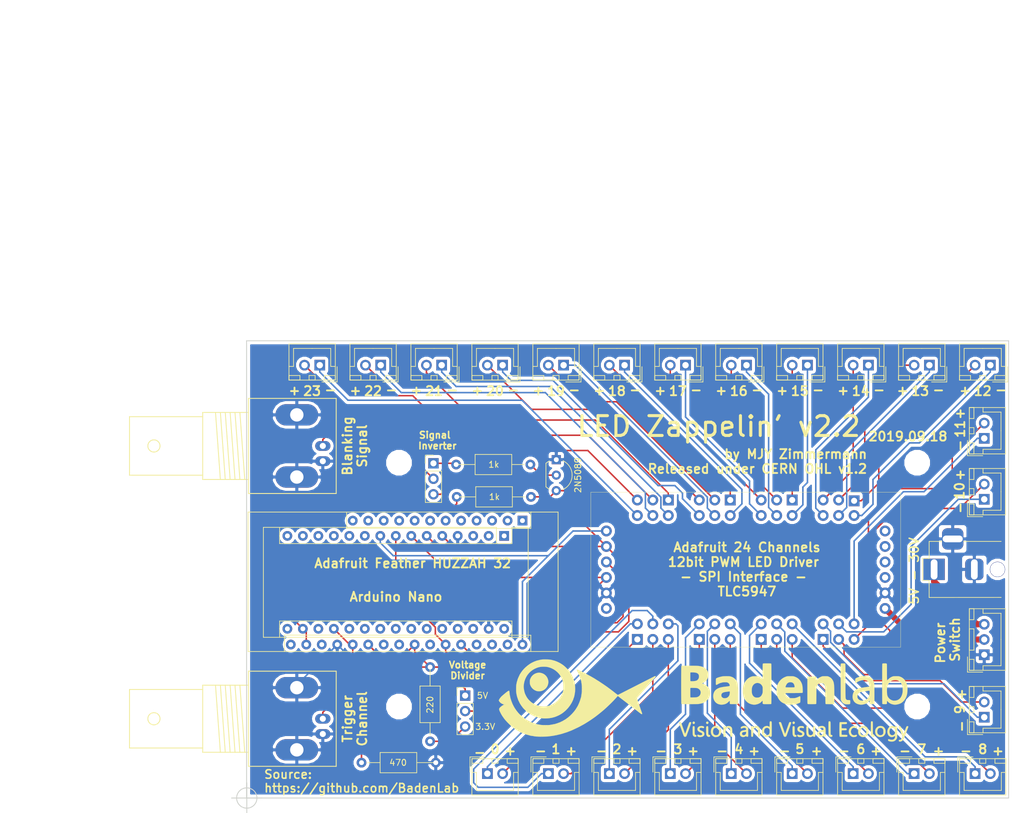
<source format=kicad_pcb>
(kicad_pcb (version 20171130) (host pcbnew "(5.0.0)")
  (layers (0 F.Cu signal) (31 B.Cu signal hide) (34 B.Paste user) (35 F.Paste user) (36 B.SilkS user) (37 F.SilkS user) (38 B.Mask user) (39 F.Mask user) (44 Edge.Cuts user))
  (net 0 "")
  (net 1 "Net-(A1-Pad17)")
  (net 2 "Net-(A1-Pad19)")
  (net 3 GNDREF)
  (net 4 "Net-(A1-Pad21)")
  (net 5 "Net-(A1-Pad22)")
  (net 6 "Net-(A1-Pad23)")
  (net 7 "Net-(A1-Pad24)")
  (net 8 "Net-(A1-Pad25)")
  (net 9 "Net-(A1-Pad26)")
  (net 10 "Net-(A1-Pad27)")
  (net 11 "Net-(A1-Pad28)")
  (net 12 "Net-(A1-Pad30)")
  (net 13 "Net-(A1-Pad16)")
  (net 14 "Net-(J1-Pad1)")
  (net 15 "Net-(J2-Pad1)")
  (net 16 "Net-(J3-Pad1)")
  (net 17 "Net-(J4-Pad1)")
  (net 18 "Net-(J5-Pad1)")
  (net 19 "Net-(J6-Pad1)")
  (net 20 "Net-(J7-Pad1)")
  (net 21 "Net-(J8-Pad1)")
  (net 22 "Net-(J9-Pad1)")
  (net 23 "Net-(J10-Pad1)")
  (net 24 "Net-(J11-Pad1)")
  (net 25 "Net-(J12-Pad1)")
  (net 26 "Net-(J13-Pad1)")
  (net 27 "Net-(J14-Pad1)")
  (net 28 "Net-(J15-Pad1)")
  (net 29 "Net-(J16-Pad1)")
  (net 30 "Net-(J17-Pad1)")
  (net 31 "Net-(J18-Pad1)")
  (net 32 "Net-(J19-Pad1)")
  (net 33 "Net-(J20-Pad1)")
  (net 34 "Net-(J21-Pad1)")
  (net 35 "Net-(J22-Pad1)")
  (net 36 "Net-(J23-Pad1)")
  (net 37 "Net-(J24-Pad1)")
  (net 38 "Net-(J25-Pad1)")
  (net 39 "Net-(Q1-Pad2)")
  (net 40 "Net-(A2-Pad20)")
  (module "" (layer F.Cu) (at 79.35 122.05)
    (fp_text reference "" (at 19.8 -10.65) (layer F.SilkS) (effects (font (size 1.27 1.27))))
    (fp_text value "" (at 19.8 -10.65) (layer F.SilkS) (effects (font (size 1.27 1.27))))
    (fp_text user 5V (at 19.35 -18.85) (layer F.SilkS))
  )
  (module "" (layer F.Cu) (at 19.8 -10.65)
    (fp_text reference "" (at 95.85 103.2) (layer F.SilkS) (effects (font (size 1.27 1.27))))
    (fp_text value "" (at 95.85 103.2) (layer F.SilkS) (effects (font (size 1.27 1.27))))
    (fp_text user 3.3V (at 79.35 118.95) (layer F.SilkS))
  )
  (module Connector_PinHeader_2.54mm:PinHeader_1x03_P2.54mm_Vertical (layer F.Cu) (at 95.85 103.2)
    (fp_text reference "" (at 0 -2.6) (layer F.SilkS))
    (fp_text value "")
    (pad 1 thru_hole rect (at 0 0) (size 1.7 1.7) (drill 1) (layers *.Cu *.Mask) (net 6 "Net-(A1-Pad23)"))
    (pad 2 thru_hole oval (at 0 2.54) (size 1.7 1.7) (drill 1) (layers *.Cu *.Mask) (net 6 "Net-(A1-Pad23)"))
    (pad 3 thru_hole oval (at 0 5.08) (size 1.7 1.7) (drill 1) (layers *.Cu *.Mask) (net 40 "Net-(A2-Pad20)"))
  )
  (module Maxime:R_Axial_DIN0309_L9.0mm_D3.2mm_P15.24mm_Horizontal (layer F.Cu) (at 106.55 65.3 180)
    (fp_text reference "" (at 11.43 -2.54 180) (layer F.SilkS))
    (fp_text value 1k (at 6 0 180) (layer F.SilkS))
    (pad 2 thru_hole oval (at 12.18 0 180) (size 1.6 1.6) (drill 0.8) (layers *.Cu *.Mask) (net 39 "Net-(Q1-Pad2)"))
    (pad 1 thru_hole circle (at 0 0 180) (size 1.6 1.6) (drill 0.8) (layers *.Cu *.Mask) (net 39 "Net-(Q1-Pad2)"))
  )
  (module Maxime:R_Axial_DIN0309_L9.0mm_D3.2mm_P15.24mm_Horizontal (layer F.Cu) (at 106.65 70.6 180)
    (fp_text reference "" (at 11.43 -2.54 180) (layer F.SilkS))
    (fp_text value 1k (at 6 0 180) (layer F.SilkS))
    (pad 2 thru_hole oval (at 12.18 0 180) (size 1.6 1.6) (drill 0.8) (layers *.Cu *.Mask) (net 13 "Net-(A1-Pad16)"))
    (pad 1 thru_hole circle (at 0 0 180) (size 1.6 1.6) (drill 0.8) (layers *.Cu *.Mask) (net 6 "Net-(A1-Pad23)"))
  )
  (module Package_TO_SOT_THT:TO-92L_Inline_Wide (layer F.Cu) (at 110.8 64.5 270)
    (fp_text reference 2N5089 (at 2.54 -3.56 270) (layer F.SilkS))
    (fp_text value "")
    (pad 1 thru_hole rect (at 0 0) (size 1.5 1.5) (drill 0.8) (layers *.Cu *.Mask) (net 3 GNDREF))
    (pad 3 thru_hole circle (at 5.08 0) (size 1.5 1.5) (drill 0.8) (layers *.Cu *.Mask) (net 6 "Net-(A1-Pad23)"))
    (pad 2 thru_hole circle (at 2.54 0) (size 1.5 1.5) (drill 0.8) (layers *.Cu *.Mask) (net 39 "Net-(Q1-Pad2)"))
  )
  (module Maxime:JST_XH_B02B-XH-A_02x2.50mm_Straight (layer F.Cu) (at 72 49 180)
    (fp_text reference "" (at -3.81 3.048 270) (layer F.SilkS))
    (fp_text value "" (at 2.772 -3.471 180) (layer F.SilkS))
    (pad 2 thru_hole circle (at 2.5 0 180) (size 1.75 1.75) (drill 1.05) (layers *.Cu *.Mask) (net 38 "Net-(J25-Pad1)"))
    (pad 1 thru_hole rect (at 0 0 180) (size 1.75 1.75) (drill 1.05) (layers *.Cu *.Mask) (net 37 "Net-(J24-Pad1)"))
  )
  (module Maxime:JST_XH_B02B-XH-A_02x2.50mm_Straight (layer F.Cu) (at 82 49 180)
    (fp_text reference "" (at -3.81 3.048 270) (layer F.SilkS))
    (fp_text value "" (at 2.772 -3.471 180) (layer F.SilkS))
    (pad 2 thru_hole circle (at 2.5 0 180) (size 1.75 1.75) (drill 1.05) (layers *.Cu *.Mask) (net 38 "Net-(J25-Pad1)"))
    (pad 1 thru_hole rect (at 0 0 180) (size 1.75 1.75) (drill 1.05) (layers *.Cu *.Mask) (net 36 "Net-(J23-Pad1)"))
  )
  (module Maxime:JST_XH_B02B-XH-A_02x2.50mm_Straight (layer F.Cu) (at 92 49 180)
    (fp_text reference "" (at -3.81 3.048 270) (layer F.SilkS))
    (fp_text value "" (at 2.772 -3.471 180) (layer F.SilkS))
    (pad 2 thru_hole circle (at 2.5 0 180) (size 1.75 1.75) (drill 1.05) (layers *.Cu *.Mask) (net 38 "Net-(J25-Pad1)"))
    (pad 1 thru_hole rect (at 0 0 180) (size 1.75 1.75) (drill 1.05) (layers *.Cu *.Mask) (net 35 "Net-(J22-Pad1)"))
  )
  (module Maxime:JST_XH_B02B-XH-A_02x2.50mm_Straight (layer F.Cu) (at 102 49 180)
    (fp_text reference "" (at -3.81 3.048 270) (layer F.SilkS))
    (fp_text value "" (at 2.772 -3.471 180) (layer F.SilkS))
    (pad 2 thru_hole circle (at 2.5 0 180) (size 1.75 1.75) (drill 1.05) (layers *.Cu *.Mask) (net 38 "Net-(J25-Pad1)"))
    (pad 1 thru_hole rect (at 0 0 180) (size 1.75 1.75) (drill 1.05) (layers *.Cu *.Mask) (net 34 "Net-(J21-Pad1)"))
  )
  (module Maxime:JST_XH_B02B-XH-A_02x2.50mm_Straight (layer F.Cu) (at 112 49 180)
    (fp_text reference "" (at -3.81 3.048 270) (layer F.SilkS))
    (fp_text value "" (at 2.772 -3.471 180) (layer F.SilkS))
    (pad 2 thru_hole circle (at 2.5 0 180) (size 1.75 1.75) (drill 1.05) (layers *.Cu *.Mask) (net 38 "Net-(J25-Pad1)"))
    (pad 1 thru_hole rect (at 0 0 180) (size 1.75 1.75) (drill 1.05) (layers *.Cu *.Mask) (net 33 "Net-(J20-Pad1)"))
  )
  (module Maxime:JST_XH_B02B-XH-A_02x2.50mm_Straight (layer F.Cu) (at 122 49 180)
    (fp_text reference "" (at -3.81 3.048 270) (layer F.SilkS))
    (fp_text value "" (at 2.772 -3.471 180) (layer F.SilkS))
    (pad 2 thru_hole circle (at 2.5 0 180) (size 1.75 1.75) (drill 1.05) (layers *.Cu *.Mask) (net 38 "Net-(J25-Pad1)"))
    (pad 1 thru_hole rect (at 0 0 180) (size 1.75 1.75) (drill 1.05) (layers *.Cu *.Mask) (net 32 "Net-(J19-Pad1)"))
  )
  (module Maxime:JST_XH_B02B-XH-A_02x2.50mm_Straight (layer F.Cu) (at 132 49 180)
    (fp_text reference "" (at -3.81 3.048 270) (layer F.SilkS))
    (fp_text value "" (at 2.772 -3.471 180) (layer F.SilkS))
    (pad 2 thru_hole circle (at 2.5 0 180) (size 1.75 1.75) (drill 1.05) (layers *.Cu *.Mask) (net 38 "Net-(J25-Pad1)"))
    (pad 1 thru_hole rect (at 0 0 180) (size 1.75 1.75) (drill 1.05) (layers *.Cu *.Mask) (net 31 "Net-(J18-Pad1)"))
  )
  (module Maxime:JST_XH_B02B-XH-A_02x2.50mm_Straight (layer F.Cu) (at 142 49 180)
    (fp_text reference "" (at -3.81 3.048 270) (layer F.SilkS))
    (fp_text value "" (at 2.772 -3.471 180) (layer F.SilkS))
    (pad 2 thru_hole circle (at 2.5 0 180) (size 1.75 1.75) (drill 1.05) (layers *.Cu *.Mask) (net 38 "Net-(J25-Pad1)"))
    (pad 1 thru_hole rect (at 0 0 180) (size 1.75 1.75) (drill 1.05) (layers *.Cu *.Mask) (net 30 "Net-(J17-Pad1)"))
  )
  (module Maxime:JST_XH_B02B-XH-A_02x2.50mm_Straight (layer F.Cu) (at 152 49 180)
    (fp_text reference "" (at -3.81 3.048 270) (layer F.SilkS))
    (fp_text value "" (at 2.772 -3.471 180) (layer F.SilkS))
    (pad 2 thru_hole circle (at 2.5 0 180) (size 1.75 1.75) (drill 1.05) (layers *.Cu *.Mask) (net 38 "Net-(J25-Pad1)"))
    (pad 1 thru_hole rect (at 0 0 180) (size 1.75 1.75) (drill 1.05) (layers *.Cu *.Mask) (net 29 "Net-(J16-Pad1)"))
  )
  (module Maxime:JST_XH_B02B-XH-A_02x2.50mm_Straight (layer F.Cu) (at 162 49 180)
    (fp_text reference "" (at -3.81 3.048 270) (layer F.SilkS))
    (fp_text value "" (at 2.772 -3.471 180) (layer F.SilkS))
    (pad 2 thru_hole circle (at 2.5 0 180) (size 1.75 1.75) (drill 1.05) (layers *.Cu *.Mask) (net 38 "Net-(J25-Pad1)"))
    (pad 1 thru_hole rect (at 0 0 180) (size 1.75 1.75) (drill 1.05) (layers *.Cu *.Mask) (net 28 "Net-(J15-Pad1)"))
  )
  (module Maxime:JST_XH_B02B-XH-A_02x2.50mm_Straight (layer F.Cu) (at 172 49 180)
    (fp_text reference "" (at -3.81 3.048 270) (layer F.SilkS))
    (fp_text value "" (at 2.772 -3.471 180) (layer F.SilkS))
    (pad 2 thru_hole circle (at 2.5 0 180) (size 1.75 1.75) (drill 1.05) (layers *.Cu *.Mask) (net 38 "Net-(J25-Pad1)"))
    (pad 1 thru_hole rect (at 0 0 180) (size 1.75 1.75) (drill 1.05) (layers *.Cu *.Mask) (net 27 "Net-(J14-Pad1)"))
  )
  (module Maxime:JST_XH_B02B-XH-A_02x2.50mm_Straight (layer F.Cu) (at 182 49 180)
    (fp_text reference "" (at -3.81 3.048 270) (layer F.SilkS))
    (fp_text value "" (at 2.772 -3.471 180) (layer F.SilkS))
    (pad 2 thru_hole circle (at 2.5 0 180) (size 1.75 1.75) (drill 1.05) (layers *.Cu *.Mask) (net 38 "Net-(J25-Pad1)"))
    (pad 1 thru_hole rect (at 0 0 180) (size 1.75 1.75) (drill 1.05) (layers *.Cu *.Mask) (net 26 "Net-(J13-Pad1)"))
  )
  (module Maxime:JST_XH_B02B-XH-A_02x2.50mm_Straight (layer F.Cu) (at 181 61 90)
    (fp_text reference "" (at -3.81 3.048 180) (layer F.SilkS))
    (fp_text value "" (at 2.772 -3.471 90) (layer F.SilkS))
    (pad 1 thru_hole rect (at 0 0 90) (size 1.75 1.75) (drill 1.05) (layers *.Cu *.Mask) (net 25 "Net-(J12-Pad1)"))
    (pad 2 thru_hole circle (at 2.5 0 90) (size 1.75 1.75) (drill 1.05) (layers *.Cu *.Mask) (net 38 "Net-(J25-Pad1)"))
  )
  (module Maxime:JST_XH_B02B-XH-A_02x2.50mm_Straight (layer F.Cu) (at 181 71 90)
    (fp_text reference "" (at -3.81 3.048 180) (layer F.SilkS))
    (fp_text value "" (at 2.772 -3.471 90) (layer F.SilkS))
    (pad 1 thru_hole rect (at 0 0 90) (size 1.75 1.75) (drill 1.05) (layers *.Cu *.Mask) (net 24 "Net-(J11-Pad1)"))
    (pad 2 thru_hole circle (at 2.5 0 90) (size 1.75 1.75) (drill 1.05) (layers *.Cu *.Mask) (net 38 "Net-(J25-Pad1)"))
  )
  (module Maxime:JST_XH_B02B-XH-A_02x2.50mm_Straight (layer F.Cu) (at 181 106.75 90)
    (fp_text reference "" (at -3.81 3.048 180) (layer F.SilkS))
    (fp_text value "" (at 2.772 -3.471 90) (layer F.SilkS))
    (pad 1 thru_hole rect (at 0 0 90) (size 1.75 1.75) (drill 1.05) (layers *.Cu *.Mask) (net 23 "Net-(J10-Pad1)"))
    (pad 2 thru_hole circle (at 2.5 0 90) (size 1.75 1.75) (drill 1.05) (layers *.Cu *.Mask) (net 38 "Net-(J25-Pad1)"))
  )
  (module Maxime:JST_XH_B02B-XH-A_02x2.50mm_Straight (layer F.Cu) (at 179.5 116)
    (fp_text reference "" (at -3.81 3.048 90) (layer F.SilkS))
    (fp_text value "" (at 2.772 -3.471) (layer F.SilkS))
    (pad 2 thru_hole circle (at 2.5 0) (size 1.75 1.75) (drill 1.05) (layers *.Cu *.Mask) (net 38 "Net-(J25-Pad1)"))
    (pad 1 thru_hole rect (at 0 0) (size 1.75 1.75) (drill 1.05) (layers *.Cu *.Mask) (net 22 "Net-(J9-Pad1)"))
  )
  (module Maxime:JST_XH_B02B-XH-A_02x2.50mm_Straight (layer F.Cu) (at 169.5 116)
    (fp_text reference "" (at -3.81 3.048 90) (layer F.SilkS))
    (fp_text value "" (at 2.772 -3.471) (layer F.SilkS))
    (pad 2 thru_hole circle (at 2.5 0) (size 1.75 1.75) (drill 1.05) (layers *.Cu *.Mask) (net 38 "Net-(J25-Pad1)"))
    (pad 1 thru_hole rect (at 0 0) (size 1.75 1.75) (drill 1.05) (layers *.Cu *.Mask) (net 21 "Net-(J8-Pad1)"))
  )
  (module Maxime:JST_XH_B02B-XH-A_02x2.50mm_Straight (layer F.Cu) (at 159.5 116)
    (fp_text reference "" (at -3.81 3.048 90) (layer F.SilkS))
    (fp_text value "" (at 2.772 -3.471) (layer F.SilkS))
    (pad 2 thru_hole circle (at 2.5 0) (size 1.75 1.75) (drill 1.05) (layers *.Cu *.Mask) (net 38 "Net-(J25-Pad1)"))
    (pad 1 thru_hole rect (at 0 0) (size 1.75 1.75) (drill 1.05) (layers *.Cu *.Mask) (net 20 "Net-(J7-Pad1)"))
  )
  (module Maxime:JST_XH_B02B-XH-A_02x2.50mm_Straight (layer F.Cu) (at 149.5 116)
    (fp_text reference "" (at -3.81 3.048 90) (layer F.SilkS))
    (fp_text value "" (at 2.772 -3.471) (layer F.SilkS))
    (pad 2 thru_hole circle (at 2.5 0) (size 1.75 1.75) (drill 1.05) (layers *.Cu *.Mask) (net 38 "Net-(J25-Pad1)"))
    (pad 1 thru_hole rect (at 0 0) (size 1.75 1.75) (drill 1.05) (layers *.Cu *.Mask) (net 19 "Net-(J6-Pad1)"))
  )
  (module Maxime:JST_XH_B02B-XH-A_02x2.50mm_Straight (layer F.Cu) (at 139.5 116)
    (fp_text reference "" (at -3.81 3.048 90) (layer F.SilkS))
    (fp_text value "" (at 2.772 -3.471) (layer F.SilkS))
    (pad 2 thru_hole circle (at 2.5 0) (size 1.75 1.75) (drill 1.05) (layers *.Cu *.Mask) (net 38 "Net-(J25-Pad1)"))
    (pad 1 thru_hole rect (at 0 0) (size 1.75 1.75) (drill 1.05) (layers *.Cu *.Mask) (net 18 "Net-(J5-Pad1)"))
  )
  (module Maxime:JST_XH_B02B-XH-A_02x2.50mm_Straight (layer F.Cu) (at 129.5 116)
    (fp_text reference "" (at -3.81 3.048 90) (layer F.SilkS))
    (fp_text value "" (at 2.772 -3.471) (layer F.SilkS))
    (pad 2 thru_hole circle (at 2.5 0) (size 1.75 1.75) (drill 1.05) (layers *.Cu *.Mask) (net 38 "Net-(J25-Pad1)"))
    (pad 1 thru_hole rect (at 0 0) (size 1.75 1.75) (drill 1.05) (layers *.Cu *.Mask) (net 17 "Net-(J4-Pad1)"))
  )
  (module Maxime:JST_XH_B02B-XH-A_02x2.50mm_Straight (layer F.Cu) (at 119.5 116)
    (fp_text reference "" (at -3.81 3.048 90) (layer F.SilkS))
    (fp_text value "" (at 2.772 -3.471) (layer F.SilkS))
    (pad 2 thru_hole circle (at 2.5 0) (size 1.75 1.75) (drill 1.05) (layers *.Cu *.Mask) (net 38 "Net-(J25-Pad1)"))
    (pad 1 thru_hole rect (at 0 0) (size 1.75 1.75) (drill 1.05) (layers *.Cu *.Mask) (net 16 "Net-(J3-Pad1)"))
  )
  (module Maxime:JST_XH_B02B-XH-A_02x2.50mm_Straight (layer F.Cu) (at 109.5 116)
    (fp_text reference "" (at -3.81 3.048 90) (layer F.SilkS))
    (fp_text value "" (at 2.772 -3.471) (layer F.SilkS))
    (pad 2 thru_hole circle (at 2.5 0) (size 1.75 1.75) (drill 1.05) (layers *.Cu *.Mask) (net 38 "Net-(J25-Pad1)"))
    (pad 1 thru_hole rect (at 0 0) (size 1.75 1.75) (drill 1.05) (layers *.Cu *.Mask) (net 15 "Net-(J2-Pad1)"))
  )
  (module "Maxime:new_logo 1000" (layer F.Cu) (at 135.35 104.55)
    (fp_text reference "" hide)
    (fp_text value "" hide)
  )
  (module Maxime:JST_XH_B02B-XH-A_02x2.50mm_Straight (layer F.Cu) (at 99.5 116)
    (fp_text reference "" (at -3.81 3.048 90) (layer F.SilkS))
    (fp_text value "" (at 2.772 -3.471) (layer F.SilkS))
    (pad 1 thru_hole rect (at 0 0) (size 1.75 1.75) (drill 1.05) (layers *.Cu *.Mask) (net 14 "Net-(J1-Pad1)"))
    (pad 2 thru_hole circle (at 2.5 0) (size 1.75 1.75) (drill 1.05) (layers *.Cu *.Mask) (net 38 "Net-(J25-Pad1)"))
  )
  (module Maxime:R_Axial_DIN0309_L9.0mm_D3.2mm_P15.24mm_Horizontal (layer F.Cu) (at 78.85 114.2)
    (fp_text reference "" (at 11.43 -2.54) (layer F.SilkS))
    (fp_text value 470 (at 6 0) (layer F.SilkS))
    (pad 2 thru_hole oval (at 12.18 0) (size 1.6 1.6) (drill 0.8) (layers *.Cu *.Mask) (net 3 GNDREF))
    (pad 1 thru_hole circle (at 0 0) (size 1.6 1.6) (drill 0.8) (layers *.Cu *.Mask) (net 6 "Net-(A1-Pad23)"))
  )
  (module "Maxime:Adafruit Huzzah 32" (layer F.Cu) (at 63.75 73 270)
    (fp_text reference "" (at 9.12 -48.49 270) (layer F.SilkS))
    (fp_text value "" (at 10.15 -24.285) (layer F.SilkS))
    (pad SDA/23 thru_hole rect (at 1.5 -41.5 270) (size 1.6 1.6) (drill 0.8) (layers *.Cu *.Mask))
    (pad NC thru_hole oval (at 21.83 -8.58 270) (size 1.6 1.6) (drill 0.8) (layers *.Cu *.Mask) (net 1 "Net-(A1-Pad17)"))
    (pad SCL/22 thru_hole oval (at 1.5 -39.06 270) (size 1.6 1.6) (drill 0.8) (layers *.Cu *.Mask))
    (pad 18 thru_hole oval (at 21.83 -11.12 270) (size 1.6 1.6) (drill 0.8) (layers *.Cu *.Mask) (net 3 GNDREF))
    (pad 14/A6 thru_hole oval (at 1.5 -36.52 270) (size 1.6 1.6) (drill 0.8) (layers *.Cu *.Mask))
    (pad A0/26 thru_hole oval (at 21.83 -13.66 270) (size 1.6 1.6) (drill 0.8) (layers *.Cu *.Mask) (net 2 "Net-(A1-Pad19)"))
    (pad 32/A7 thru_hole oval (at 1.5 -33.98 270) (size 1.6 1.6) (drill 0.8) (layers *.Cu *.Mask))
    (pad A1/25 thru_hole oval (at 21.83 -16.2 270) (size 1.6 1.6) (drill 0.8) (layers *.Cu *.Mask) (net 6 "Net-(A1-Pad23)"))
    (pad 15/A8 thru_hole oval (at 1.5 -31.44 270) (size 1.6 1.6) (drill 0.8) (layers *.Cu *.Mask))
    (pad A2/34 thru_hole oval (at 21.83 -18.74 270) (size 1.6 1.6) (drill 0.8) (layers *.Cu *.Mask) (net 4 "Net-(A1-Pad21)"))
    (pad 33/A9 thru_hole oval (at 1.5 -28.9 270) (size 1.6 1.6) (drill 0.8) (layers *.Cu *.Mask))
    (pad A3/39 thru_hole oval (at 21.83 -21.28 270) (size 1.6 1.6) (drill 0.8) (layers *.Cu *.Mask) (net 5 "Net-(A1-Pad22)"))
    (pad 27/A10 thru_hole oval (at 1.5 -26.36 270) (size 1.6 1.6) (drill 0.8) (layers *.Cu *.Mask))
    (pad A4/36 thru_hole oval (at 21.83 -23.82 270) (size 1.6 1.6) (drill 0.8) (layers *.Cu *.Mask) (net 6 "Net-(A1-Pad23)"))
    (pad 12/A11 thru_hole oval (at 1.5 -23.82 270) (size 1.6 1.6) (drill 0.8) (layers *.Cu *.Mask))
    (pad A5/4 thru_hole oval (at 21.83 -26.36 270) (size 1.6 1.6) (drill 0.8) (layers *.Cu *.Mask) (net 7 "Net-(A1-Pad24)"))
    (pad 13/A12 thru_hole oval (at 1.5 -21.28 270) (size 1.6 1.6) (drill 0.8) (layers *.Cu *.Mask))
    (pad SCK/5 thru_hole oval (at 21.83 -28.9 270) (size 1.6 1.6) (drill 0.8) (layers *.Cu *.Mask) (net 8 "Net-(A1-Pad25)"))
    (pad USB thru_hole oval (at 1.5 -18.74 270) (size 1.6 1.6) (drill 0.8) (layers *.Cu *.Mask))
    (pad MOSI/18 thru_hole oval (at 21.83 -31.44 270) (size 1.6 1.6) (drill 0.8) (layers *.Cu *.Mask) (net 9 "Net-(A1-Pad26)"))
    (pad En thru_hole oval (at 1.5 -16.2 270) (size 1.6 1.6) (drill 0.8) (layers *.Cu *.Mask))
    (pad MISO/19 thru_hole oval (at 21.83 -33.98 270) (size 1.6 1.6) (drill 0.8) (layers *.Cu *.Mask) (net 10 "Net-(A1-Pad27)"))
    (pad BAT thru_hole oval (at 1.5 -13.66 270) (size 1.6 1.6) (drill 0.8) (layers *.Cu *.Mask))
    (pad RX/16 thru_hole oval (at 21.83 -36.52 270) (size 1.6 1.6) (drill 0.8) (layers *.Cu *.Mask) (net 11 "Net-(A1-Pad28)"))
    (pad TX/17 thru_hole oval (at 21.83 -39.06 270) (size 1.6 1.6) (drill 0.8) (layers *.Cu *.Mask))
    (pad 21 thru_hole oval (at 21.83 -41.5 270) (size 1.6 1.6) (drill 0.8) (layers *.Cu *.Mask) (net 12 "Net-(A1-Pad30)"))
    (pad 3V thru_hole oval (at 21.83 -6.04 270) (size 1.6 1.6) (drill 0.8) (layers *.Cu *.Mask) (net 13 "Net-(A1-Pad16)"))
    (pad RST thru_hole oval (at 21.83 -3.5 270) (size 1.6 1.6) (drill 0.8) (layers *.Cu *.Mask))
  )
  (module MountingHole:MountingHole_3.2mm_M3_DIN965 (layer F.Cu) (at 85 65)
    (fp_text reference "" (at 0 -3.8) (layer F.SilkS))
    (fp_text value "")
    (pad 1 np_thru_hole circle (at 0 0) (size 3.2 3.2) (drill 3.2) (layers *.Cu *.Mask))
  )
  (module MountingHole:MountingHole_3.2mm_M3_DIN965 (layer F.Cu) (at 85 105)
    (fp_text reference "" (at 0 -3.8) (layer F.SilkS))
    (fp_text value "")
    (pad 1 np_thru_hole circle (at 0 0) (size 3.2 3.2) (drill 3.2) (layers *.Cu *.Mask))
  )
  (module MountingHole:MountingHole_3.2mm_M3_DIN965 (layer F.Cu) (at 170 105 90)
    (fp_text reference "" (at 0 -3.8 90) (layer F.SilkS))
    (fp_text value "")
    (pad 1 np_thru_hole circle (at 0 0 90) (size 3.2 3.2) (drill 3.2) (layers *.Cu *.Mask))
  )
  (module Maxime:Maxi_TLC5947 (layer F.Cu) (at 141.875 82.55 90)
    (fp_text reference "")
    (fp_text value "")
    (pad 25 thru_hole circle (at 8.89 -7.62 90) (size 1.778 1.778) (drill 1) (layers *.Cu *.Mask) (net 34 "Net-(J21-Pad1)"))
    (pad "" thru_hole circle (at 11.43 -7.62 90) (size 1.778 1.778) (drill 1) (layers *.Cu *.Mask) (net 38 "Net-(J25-Pad1)"))
    (pad 26 thru_hole circle (at 8.89 -12.7 90) (size 1.778 1.778) (drill 1) (layers *.Cu *.Mask) (net 35 "Net-(J22-Pad1)"))
    (pad "" thru_hole circle (at 11.43 -15.24 90) (size 1.778 1.778) (drill 1) (layers *.Cu *.Mask) (net 38 "Net-(J25-Pad1)"))
    (pad 27 thru_hole circle (at 8.89 -15.24 90) (size 1.778 1.778) (drill 1) (layers *.Cu *.Mask) (net 36 "Net-(J23-Pad1)"))
    (pad "" thru_hole circle (at 11.43 -17.78 90) (size 1.778 1.778) (drill 1) (layers *.Cu *.Mask) (net 38 "Net-(J25-Pad1)"))
    (pad 28 thru_hole circle (at 8.89 -17.78 90) (size 1.778 1.778) (drill 1) (layers *.Cu *.Mask) (net 37 "Net-(J24-Pad1)"))
    (pad "" thru_hole circle (at 11.43 -5.08 90) (size 1.778 1.778) (drill 1) (layers *.Cu *.Mask) (net 38 "Net-(J25-Pad1)"))
    (pad 24 thru_hole circle (at 8.89 -5.08 90) (size 1.778 1.778) (drill 1) (layers *.Cu *.Mask) (net 33 "Net-(J20-Pad1)"))
    (pad 23 thru_hole circle (at 8.89 -2.54 90) (size 1.778 1.778) (drill 1) (layers *.Cu *.Mask) (net 32 "Net-(J19-Pad1)"))
    (pad "" thru_hole circle (at 11.43 5.08 90) (size 1.778 1.778) (drill 1) (layers *.Cu *.Mask) (net 38 "Net-(J25-Pad1)"))
    (pad "" thru_hole circle (at 11.43 2.54 90) (size 1.778 1.778) (drill 1) (layers *.Cu *.Mask) (net 38 "Net-(J25-Pad1)"))
    (pad 22 thru_hole circle (at 8.89 2.54 90) (size 1.778 1.778) (drill 1) (layers *.Cu *.Mask) (net 31 "Net-(J18-Pad1)"))
    (pad 21 thru_hole circle (at 8.89 5.08 90) (size 1.778 1.778) (drill 1) (layers *.Cu *.Mask) (net 30 "Net-(J17-Pad1)"))
    (pad 20 thru_hole circle (at 8.89 7.62 90) (size 1.778 1.778) (drill 1) (layers *.Cu *.Mask) (net 29 "Net-(J16-Pad1)"))
    (pad 19 thru_hole circle (at 8.89 12.7 90) (size 1.778 1.778) (drill 1) (layers *.Cu *.Mask) (net 28 "Net-(J15-Pad1)"))
    (pad "" thru_hole circle (at 11.43 12.7 90) (size 1.778 1.778) (drill 1) (layers *.Cu *.Mask) (net 38 "Net-(J25-Pad1)"))
    (pad "" thru_hole circle (at 11.43 15.24 90) (size 1.778 1.778) (drill 1) (layers *.Cu *.Mask) (net 38 "Net-(J25-Pad1)"))
    (pad 18 thru_hole circle (at 8.89 15.24 90) (size 1.778 1.778) (drill 1) (layers *.Cu *.Mask) (net 27 "Net-(J14-Pad1)"))
    (pad 17 thru_hole circle (at 8.89 17.78 90) (size 1.778 1.778) (drill 1) (layers *.Cu *.Mask) (net 26 "Net-(J13-Pad1)"))
    (pad 16 thru_hole circle (at -8.89 17.78 90) (size 1.778 1.778) (drill 1) (layers *.Cu *.Mask) (net 25 "Net-(J12-Pad1)"))
    (pad "" thru_hole circle (at -11.43 17.78 90) (size 1.778 1.778) (drill 1) (layers *.Cu *.Mask) (net 38 "Net-(J25-Pad1)"))
    (pad "" thru_hole circle (at -11.43 15.24 90) (size 1.778 1.778) (drill 1) (layers *.Cu *.Mask) (net 38 "Net-(J25-Pad1)"))
    (pad 15 thru_hole circle (at -8.89 15.24 90) (size 1.778 1.778) (drill 1) (layers *.Cu *.Mask) (net 24 "Net-(J11-Pad1)"))
    (pad 14 thru_hole circle (at -8.89 12.7 90) (size 1.778 1.778) (drill 1) (layers *.Cu *.Mask) (net 23 "Net-(J10-Pad1)"))
    (pad "" thru_hole circle (at -11.43 7.62 90) (size 1.778 1.778) (drill 1) (layers *.Cu *.Mask) (net 38 "Net-(J25-Pad1)"))
    (pad "" thru_hole circle (at -11.43 5.08 90) (size 1.778 1.778) (drill 1) (layers *.Cu *.Mask) (net 38 "Net-(J25-Pad1)"))
    (pad 13 thru_hole circle (at -8.89 7.62 90) (size 1.778 1.778) (drill 1) (layers *.Cu *.Mask) (net 22 "Net-(J9-Pad1)"))
    (pad 12 thru_hole circle (at -8.89 5.08 90) (size 1.778 1.778) (drill 1) (layers *.Cu *.Mask) (net 21 "Net-(J8-Pad1)"))
    (pad 11 thru_hole circle (at -8.89 2.54 90) (size 1.778 1.778) (drill 1) (layers *.Cu *.Mask) (net 20 "Net-(J7-Pad1)"))
    (pad "" thru_hole rect (at 11.43 -12.7 90) (size 1.778 1.778) (drill 1) (layers *.Cu *.Mask) (net 38 "Net-(J25-Pad1)"))
    (pad "" thru_hole rect (at 11.43 -2.54 90) (size 1.778 1.778) (drill 1) (layers *.Cu *.Mask) (net 38 "Net-(J25-Pad1)"))
    (pad "" thru_hole rect (at 11.43 7.62 90) (size 1.778 1.778) (drill 1) (layers *.Cu *.Mask) (net 38 "Net-(J25-Pad1)"))
    (pad "" thru_hole rect (at 11.3 17.78 90) (size 1.778 1.778) (drill 1) (layers *.Cu *.Mask) (net 38 "Net-(J25-Pad1)"))
    (pad "" thru_hole rect (at -11.43 12.7 90) (size 1.778 1.778) (drill 1) (layers *.Cu *.Mask) (net 38 "Net-(J25-Pad1)"))
    (pad "" thru_hole rect (at -11.43 2.54 90) (size 1.778 1.778) (drill 1) (layers *.Cu *.Mask) (net 38 "Net-(J25-Pad1)"))
    (pad "" thru_hole circle (at -11.43 -2.54 90) (size 1.778 1.778) (drill 1) (layers *.Cu *.Mask) (net 38 "Net-(J25-Pad1)"))
    (pad "" thru_hole circle (at -11.43 -5.08 90) (size 1.778 1.778) (drill 1) (layers *.Cu *.Mask) (net 38 "Net-(J25-Pad1)"))
    (pad "" thru_hole rect (at -11.43 -7.62 90) (size 1.778 1.778) (drill 1) (layers *.Cu *.Mask) (net 38 "Net-(J25-Pad1)"))
    (pad 10 thru_hole circle (at -8.89 -2.54 90) (size 1.778 1.778) (drill 1) (layers *.Cu *.Mask) (net 19 "Net-(J6-Pad1)"))
    (pad 9 thru_hole circle (at -8.89 -5.08 90) (size 1.778 1.778) (drill 1) (layers *.Cu *.Mask) (net 18 "Net-(J5-Pad1)"))
    (pad 8 thru_hole circle (at -8.89 -7.62 90) (size 1.778 1.778) (drill 1) (layers *.Cu *.Mask) (net 17 "Net-(J4-Pad1)"))
    (pad "" thru_hole circle (at -11.43 -12.7 90) (size 1.778 1.778) (drill 1) (layers *.Cu *.Mask) (net 38 "Net-(J25-Pad1)"))
    (pad "" thru_hole circle (at -11.43 -15.24 90) (size 1.778 1.778) (drill 1) (layers *.Cu *.Mask) (net 38 "Net-(J25-Pad1)"))
    (pad "" thru_hole rect (at -11.43 -17.78 90) (size 1.778 1.778) (drill 1) (layers *.Cu *.Mask) (net 38 "Net-(J25-Pad1)"))
    (pad 7 thru_hole circle (at -8.89 -12.7 90) (size 1.778 1.778) (drill 1) (layers *.Cu *.Mask) (net 16 "Net-(J3-Pad1)"))
    (pad 6 thru_hole circle (at -8.89 -15.24 90) (size 1.778 1.778) (drill 1) (layers *.Cu *.Mask) (net 15 "Net-(J2-Pad1)"))
    (pad 5 thru_hole circle (at -8.89 -17.78 90) (size 1.778 1.778) (drill 1) (layers *.Cu *.Mask) (net 14 "Net-(J1-Pad1)"))
    (pad 30 thru_hole circle (at 6.35 -22.86 270) (size 1.778 1.778) (drill 1.016) (layers *.Cu *.Mask) (net 12 "Net-(A1-Pad30)"))
    (pad 2 thru_hole circle (at 3.81 -22.86 180) (size 1.778 1.778) (drill 1.016) (layers *.Cu *.Mask) (net 6 "Net-(A1-Pad23)"))
    (pad 3 thru_hole circle (at 1.27 -22.86 180) (size 1.778 1.778) (drill 1.016) (layers *.Cu *.Mask) (net 8 "Net-(A1-Pad25)"))
    (pad 4 thru_hole circle (at -1.27 -22.86 180) (size 1.778 1.778) (drill 1.016) (layers *.Cu *.Mask) (net 9 "Net-(A1-Pad26)"))
    (pad 1 thru_hole circle (at -3.82 -22.86 180) (size 1.778 1.778) (drill 1.016) (layers *.Cu *.Mask) (net 3 GNDREF))
    (pad 32 thru_hole circle (at -6.34 -22.86 180) (size 1.778 1.778) (drill 1.016) (layers *.Cu *.Mask) (net 38 "Net-(J25-Pad1)"))
    (pad 32 thru_hole circle (at -6.35 22.86 180) (size 1.778 1.778) (drill 1.016) (layers *.Cu *.Mask) (net 38 "Net-(J25-Pad1)"))
    (pad "" thru_hole circle (at -3.81 22.86 180) (size 1.778 1.778) (drill 1.016) (layers *.Cu *.Mask) (net 3 GNDREF))
    (pad "" thru_hole circle (at -1.27 22.86 180) (size 1.778 1.778) (drill 1.016) (layers *.Cu *.Mask))
    (pad "" thru_hole circle (at 1.27 22.86 180) (size 1.778 1.778) (drill 1.016) (layers *.Cu *.Mask))
    (pad "" thru_hole circle (at 3.81 22.86 180) (size 1.778 1.778) (drill 1.016) (layers *.Cu *.Mask))
    (pad "" thru_hole circle (at 6.35 22.86 180) (size 1.778 1.778) (drill 1.016) (layers *.Cu *.Mask))
  )
  (module Maxime:BNC_Socket_TYCO-AMP_LargePads (layer F.Cu) (at 67.5 62.25 90)
    (fp_text reference "" (at 0.508 9.652 90) (layer F.SilkS))
    (fp_text value "" (at -5.5 -6 90) (layer F.SilkS))
    (pad 2 thru_hole oval (at -2.49936 5.00126 90) (size 1.6002 2.49936) (drill 1.00076) (layers *.Cu *.Mask) (net 3 GNDREF))
    (pad 1 thru_hole oval (at 0 5.00126 90) (size 1.6002 2.49936) (drill 1.00076) (layers *.Cu *.Mask) (net 6 "Net-(A1-Pad23)"))
    (pad 2 thru_hole oval (at 5.10032 0.7366 90) (size 3.50012 7.00024) (drill 2.19964) (layers *.Cu *.Mask) (net 3 GNDREF))
    (pad 2 thru_hole oval (at -5.09778 0.7366 90) (size 3.50012 7.00024) (drill 2.19964) (layers *.Cu *.Mask) (net 3 GNDREF))
  )
  (module Maxime:BarrelJack_Horizontal_maxime (layer F.Cu) (at 187.275 82.5 180)
    (fp_text reference J2 hide)
    (fp_text value "5V - 30V" (at 17.775 -0.25 90) (layer F.SilkS) (effects (font (size 1.5 1.5) (thickness 0.25))))
    (pad 4 thru_hole circle (at 4.1 0 180) (size 2.5 2.5) (drill 2.4) (layers *.Cu *.Mask))
    (pad 1 thru_hole rect (at 14.5 0 180) (size 3.5 3.5) (drill oval 1.1 3.3) (layers *.Cu *.Mask) (net 15 "Net-(J2-Pad1)"))
    (pad 2 thru_hole roundrect (at 7.9 0 180) (size 3 3.5) (drill oval 1.1 3.3) (layers *.Cu *.Mask) (net 3 GNDREF))
    (pad 3 thru_hole roundrect (at 11.45 5 180) (size 3.5 3.5) (drill oval 3.3 1.1) (layers *.Cu *.Mask) (net 3 GNDREF))
  )
  (module Maxime:BNC_Socket_TYCO-AMP_LargePads (layer F.Cu) (at 67.5 107 90)
    (fp_text reference "" (at 0.508 9.652 90) (layer F.SilkS))
    (fp_text value "" (at -5.5 -6 90) (layer F.SilkS))
    (pad 2 thru_hole oval (at -5.09778 0.7366 90) (size 3.50012 7.00024) (drill 2.19964) (layers *.Cu *.Mask) (net 3 GNDREF))
    (pad 2 thru_hole oval (at 5.10032 0.7366 90) (size 3.50012 7.00024) (drill 2.19964) (layers *.Cu *.Mask) (net 3 GNDREF))
    (pad 1 thru_hole oval (at 0 5.00126 90) (size 1.6002 2.49936) (drill 1.00076) (layers *.Cu *.Mask) (net 2 "Net-(A1-Pad19)"))
    (pad 2 thru_hole oval (at -2.49936 5.00126 90) (size 1.6002 2.49936) (drill 1.00076) (layers *.Cu *.Mask) (net 3 GNDREF))
  )
  (module MountingHole:MountingHole_3.2mm_M3_DIN965 (layer F.Cu) (at 170 65)
    (fp_text reference "" (at 0 -3.8) (layer F.SilkS))
    (fp_text value "")
    (pad 1 np_thru_hole circle (at 0 0) (size 3.2 3.2) (drill 3.2) (layers *.Cu *.Mask))
  )
  (module Module:Arduino_Nano (layer F.Cu) (at 102.25 77 270)
    (fp_text reference "" (at 7.62 -5.08 270) (layer F.SilkS))
    (fp_text value "Arduino Nano" (at 10 17.75) (layer F.SilkS) (effects (font (size 1.5 1.5) (thickness 0.3))))
    (pad D13 thru_hole oval (at 15.24 35.56 270) (size 1.6 1.6) (drill 0.8) (layers *.Cu *.Mask))
    (pad D12 thru_hole oval (at 0 35.56 270) (size 1.6 1.6) (drill 0.8) (layers *.Cu *.Mask))
    (pad Vin thru_hole oval (at 15.24 0 270) (size 1.6 1.6) (drill 0.8) (layers *.Cu *.Mask))
    (pad D11 thru_hole oval (at 0 33.02 270) (size 1.6 1.6) (drill 0.8) (layers *.Cu *.Mask))
    (pad GND thru_hole oval (at 15.24 2.54 270) (size 1.6 1.6) (drill 0.8) (layers *.Cu *.Mask) (net 3 GNDREF))
    (pad D10 thru_hole oval (at 0 30.48 270) (size 1.6 1.6) (drill 0.8) (layers *.Cu *.Mask))
    (pad RST thru_hole oval (at 15.24 5.08 270) (size 1.6 1.6) (drill 0.8) (layers *.Cu *.Mask))
    (pad D9 thru_hole oval (at 0 27.94 270) (size 1.6 1.6) (drill 0.8) (layers *.Cu *.Mask))
    (pad 5V thru_hole oval (at 15.24 7.62 270) (size 1.6 1.6) (drill 0.8) (layers *.Cu *.Mask))
    (pad D8 thru_hole oval (at 0 25.4 270) (size 1.6 1.6) (drill 0.8) (layers *.Cu *.Mask))
    (pad A7 thru_hole oval (at 15.24 10.16 270) (size 1.6 1.6) (drill 0.8) (layers *.Cu *.Mask))
    (pad D7 thru_hole oval (at 0 22.86 270) (size 1.6 1.6) (drill 0.8) (layers *.Cu *.Mask))
    (pad A6 thru_hole oval (at 15.24 12.7 270) (size 1.6 1.6) (drill 0.8) (layers *.Cu *.Mask))
    (pad D6 thru_hole oval (at 0 20.32 270) (size 1.6 1.6) (drill 0.8) (layers *.Cu *.Mask) (net 12 "Net-(A1-Pad30)"))
    (pad A5 thru_hole oval (at 15.24 15.24 270) (size 1.6 1.6) (drill 0.8) (layers *.Cu *.Mask))
    (pad D5 thru_hole oval (at 0 17.78 270) (size 1.6 1.6) (drill 0.8) (layers *.Cu *.Mask) (net 8 "Net-(A1-Pad25)"))
    (pad A4 thru_hole oval (at 15.24 17.78 270) (size 1.6 1.6) (drill 0.8) (layers *.Cu *.Mask))
    (pad D4 thru_hole oval (at 0 15.24 270) (size 1.6 1.6) (drill 0.8) (layers *.Cu *.Mask) (net 9 "Net-(A1-Pad26)"))
    (pad A3 thru_hole oval (at 15.24 20.32 270) (size 1.6 1.6) (drill 0.8) (layers *.Cu *.Mask))
    (pad D3 thru_hole oval (at 0 12.7 270) (size 1.6 1.6) (drill 0.8) (layers *.Cu *.Mask) (net 6 "Net-(A1-Pad23)"))
    (pad A2 thru_hole oval (at 15.24 22.86 270) (size 1.6 1.6) (drill 0.8) (layers *.Cu *.Mask))
    (pad D2 thru_hole oval (at 0 10.16 270) (size 1.6 1.6) (drill 0.8) (layers *.Cu *.Mask) (net 6 "Net-(A1-Pad23)"))
    (pad A1 thru_hole oval (at 15.24 25.4 270) (size 1.6 1.6) (drill 0.8) (layers *.Cu *.Mask))
    (pad GND thru_hole oval (at 0 7.62 270) (size 1.6 1.6) (drill 0.8) (layers *.Cu *.Mask) (net 3 GNDREF))
    (pad A0 thru_hole oval (at 15.24 27.94 270) (size 1.6 1.6) (drill 0.8) (layers *.Cu *.Mask) (net 2 "Net-(A1-Pad19)"))
    (pad RST thru_hole oval (at 0 5.08 270) (size 1.6 1.6) (drill 0.8) (layers *.Cu *.Mask))
    (pad REF thru_hole oval (at 15.24 30.48 270) (size 1.6 1.6) (drill 0.8) (layers *.Cu *.Mask))
    (pad RX0 thru_hole oval (at 0 2.54 270) (size 1.6 1.6) (drill 0.8) (layers *.Cu *.Mask))
    (pad 3V3 thru_hole oval (at 15.24 33.02 270) (size 1.6 1.6) (drill 0.8) (layers *.Cu *.Mask) (net 13 "Net-(A1-Pad16)"))
    (pad TX1 thru_hole rect (at 0 0 270) (size 1.6 1.6) (drill 0.8) (layers *.Cu *.Mask))
  )
  (module Maxime:R_Axial_DIN0309_L9.0mm_D3.2mm_P15.24mm_Horizontal (layer F.Cu) (at 90.1 110.7 90)
    (fp_text reference "" (at 11.43 -2.54 90) (layer F.SilkS))
    (fp_text value 220 (at 6 0 90) (layer F.SilkS))
    (pad 1 thru_hole circle (at 0 0 90) (size 1.6 1.6) (drill 0.8) (layers *.Cu *.Mask) (net 40 "Net-(A2-Pad20)"))
    (pad 2 thru_hole oval (at 12.18 0 90) (size 1.6 1.6) (drill 0.8) (layers *.Cu *.Mask) (net 6 "Net-(A1-Pad23)"))
  )
  (module Maxime:JST_XH_B03B-XH-A_03x2.50mm_Straight (layer F.Cu) (at 181 96.5 90)
    (fp_text reference "" (at -3.556 3.048 180) (layer F.SilkS))
    (fp_text value "" (at 3.985 -3.507 90) (layer F.SilkS))
    (pad 1 thru_hole rect (at 0 0 90) (size 1.75 1.75) (drill 1) (layers *.Cu *.Mask) (net 3 GNDREF))
    (pad 2 thru_hole circle (at 2.5 0 90) (size 1.75 1.75) (drill 1) (layers *.Cu *.Mask) (net 38 "Net-(J25-Pad1)"))
    (pad 3 thru_hole circle (at 5 0 90) (size 1.75 1.75) (drill 1) (layers *.Cu *.Mask) (net 38 "Net-(J25-Pad1)"))
  )
  (module Connector_PinHeader_2.54mm:PinHeader_1x03_P2.54mm_Vertical (layer F.Cu) (at 90.65 65.1)
    (fp_text reference "" (at 0 -2.6) (layer F.SilkS))
    (fp_text value "")
    (pad 3 thru_hole oval (at 0 5.08) (size 1.7 1.7) (drill 1) (layers *.Cu *.Mask) (net 6 "Net-(A1-Pad23)"))
    (pad 2 thru_hole oval (at 0 2.54) (size 1.7 1.7) (drill 1) (layers *.Cu *.Mask) (net 6 "Net-(A1-Pad23)"))
    (pad 1 thru_hole rect (at 0 0) (size 1.7 1.7) (drill 1) (layers *.Cu *.Mask) (net 39 "Net-(Q1-Pad2)"))
  )
  (gr_text "Voltage\nDivider" (at 96.25 99.05) (layer F.SilkS) (effects (font (size 1.1 1.1) (thickness 0.25))))
  (gr_text "Signal \nInverter" (at 91.3 61.35) (layer F.SilkS) (effects (font (size 1.1 1.1) (thickness 0.25))))
  (gr_text - (at 73.75 53.25 180) (layer F.SilkS) (effects (font (size 1.5 1.5) (thickness 0.3))))
  (gr_text "23\n" (at 70.75 53.25) (layer F.SilkS) (effects (font (size 1.5 1.5) (thickness 0.3))))
  (gr_text + (at 67.75 53.25 90) (layer F.SilkS) (effects (font (size 1.5 1.5) (thickness 0.3))))
  (gr_text - (at 83.75 53.25 180) (layer F.SilkS) (effects (font (size 1.5 1.5) (thickness 0.3))))
  (gr_text 22 (at 80.75 53.25) (layer F.SilkS) (effects (font (size 1.5 1.5) (thickness 0.3))))
  (gr_text + (at 77.75 53.25 90) (layer F.SilkS) (effects (font (size 1.5 1.5) (thickness 0.3))))
  (gr_text - (at 93.75 53.25 180) (layer F.SilkS) (effects (font (size 1.5 1.5) (thickness 0.3))))
  (gr_text 21 (at 90.75 53.25) (layer F.SilkS) (effects (font (size 1.5 1.5) (thickness 0.3))))
  (gr_text + (at 87.75 53.25 90) (layer F.SilkS) (effects (font (size 1.5 1.5) (thickness 0.3))))
  (gr_text - (at 103.75 53.25 180) (layer F.SilkS) (effects (font (size 1.5 1.5) (thickness 0.3))))
  (gr_text 20 (at 100.75 53.25) (layer F.SilkS) (effects (font (size 1.5 1.5) (thickness 0.3))))
  (gr_text + (at 97.75 53.25 90) (layer F.SilkS) (effects (font (size 1.5 1.5) (thickness 0.3))))
  (gr_text - (at 113.75 53.25 180) (layer F.SilkS) (effects (font (size 1.5 1.5) (thickness 0.3))))
  (gr_text 19 (at 110.75 53.25) (layer F.SilkS) (effects (font (size 1.5 1.5) (thickness 0.3))))
  (gr_text + (at 107.75 53.25 90) (layer F.SilkS) (effects (font (size 1.5 1.5) (thickness 0.3))))
  (gr_text - (at 123.75 53.25 180) (layer F.SilkS) (effects (font (size 1.5 1.5) (thickness 0.3))))
  (gr_text 18 (at 120.75 53.25) (layer F.SilkS) (effects (font (size 1.5 1.5) (thickness 0.3))))
  (gr_text + (at 117.75 53.25 90) (layer F.SilkS) (effects (font (size 1.5 1.5) (thickness 0.3))))
  (gr_text - (at 133.75 53.25 180) (layer F.SilkS) (effects (font (size 1.5 1.5) (thickness 0.3))))
  (gr_text 17 (at 130.75 53.25) (layer F.SilkS) (effects (font (size 1.5 1.5) (thickness 0.3))))
  (gr_text + (at 127.75 53.25 90) (layer F.SilkS) (effects (font (size 1.5 1.5) (thickness 0.3))))
  (gr_text - (at 143.75 53.25 180) (layer F.SilkS) (effects (font (size 1.5 1.5) (thickness 0.3))))
  (gr_text 16 (at 140.75 53.25) (layer F.SilkS) (effects (font (size 1.5 1.5) (thickness 0.3))))
  (gr_text + (at 137.75 53.25 90) (layer F.SilkS) (effects (font (size 1.5 1.5) (thickness 0.3))))
  (gr_text - (at 153.75 53.25 180) (layer F.SilkS) (effects (font (size 1.5 1.5) (thickness 0.3))))
  (gr_text 15 (at 150.75 53.25) (layer F.SilkS) (effects (font (size 1.5 1.5) (thickness 0.3))))
  (gr_text + (at 147.75 53.25 90) (layer F.SilkS) (effects (font (size 1.5 1.5) (thickness 0.3))))
  (gr_text - (at 163.75 53.25 180) (layer F.SilkS) (effects (font (size 1.5 1.5) (thickness 0.3))))
  (gr_text 14 (at 160.75 53.25) (layer F.SilkS) (effects (font (size 1.5 1.5) (thickness 0.3))))
  (gr_text + (at 157.75 53.25 90) (layer F.SilkS) (effects (font (size 1.5 1.5) (thickness 0.3))))
  (gr_text - (at 173.5 53.25 180) (layer F.SilkS) (effects (font (size 1.5 1.5) (thickness 0.3))))
  (gr_text 13 (at 170.5 53.25) (layer F.SilkS) (effects (font (size 1.5 1.5) (thickness 0.3))))
  (gr_text + (at 167.5 53.25 90) (layer F.SilkS) (effects (font (size 1.5 1.5) (thickness 0.3))))
  (gr_text - (at 183.75 53.25 180) (layer F.SilkS) (effects (font (size 1.5 1.5) (thickness 0.3))))
  (gr_text 12 (at 180.75 53.25) (layer F.SilkS) (effects (font (size 1.5 1.5) (thickness 0.3))))
  (gr_text + (at 177.75 53.25 90) (layer F.SilkS) (effects (font (size 1.5 1.5) (thickness 0.3))))
  (gr_text 11 (at 177.050056 59.460097 90) (layer F.SilkS) (effects (font (size 1.5 1.5) (thickness 0.3))))
  (gr_text - (at 177 62.210097 90) (layer F.SilkS) (effects (font (size 1.5 1.5) (thickness 0.3))))
  (gr_text + (at 177 56.960097 90) (layer F.SilkS) (effects (font (size 1.5 1.5) (thickness 0.3))))
  (gr_text + (at 177 67 90) (layer F.SilkS) (effects (font (size 1.5 1.5) (thickness 0.3))))
  (gr_text "10\n" (at 176.960098 69.637402 90) (layer F.SilkS) (effects (font (size 1.5 1.5) (thickness 0.3))))
  (gr_text - (at 177 72.387402 90) (layer F.SilkS) (effects (font (size 1.5 1.5) (thickness 0.3))))
  (gr_text 9 (at 177 105.5 90) (layer F.SilkS) (effects (font (size 1.5 1.5) (thickness 0.3))))
  (gr_text - (at 177.25 108.25 90) (layer F.SilkS) (effects (font (size 1.5 1.5) (thickness 0.3))))
  (gr_text + (at 177.25 103 90) (layer F.SilkS) (effects (font (size 1.5 1.5) (thickness 0.3))))
  (gr_text "LED Zappelin' v2.2" (at 137.45 59.05) (layer F.SilkS) (effects (font (size 3.25 3.25) (thickness 0.5))))
  (gr_text "Power \nSwitch" (at 175 94 90) (layer F.SilkS) (effects (font (size 1.5 1.5) (thickness 0.3))))
  (gr_text "Blanking\nSignal" (at 77.75 62.25 90) (layer F.SilkS) (effects (font (size 1.5 1.5) (thickness 0.3))))
  (gr_text "Trigger\nChannel" (at 77.75 107 90) (layer F.SilkS) (effects (font (size 1.5 1.5) (thickness 0.3))))
  (gr_text 0 (at 100.75 112) (layer F.SilkS) (effects (font (size 1.5 1.5) (thickness 0.3))))
  (gr_text 1 (at 110.75 112) (layer F.SilkS) (effects (font (size 1.5 1.5) (thickness 0.3))))
  (gr_text 2 (at 120.75 112) (layer F.SilkS) (effects (font (size 1.5 1.5) (thickness 0.3))))
  (gr_text 3 (at 130.75 112) (layer F.SilkS) (effects (font (size 1.5 1.5) (thickness 0.3))))
  (gr_text 4 (at 140.75 112) (layer F.SilkS) (effects (font (size 1.5 1.5) (thickness 0.3))))
  (gr_text 5 (at 150.75 111.975) (layer F.SilkS) (effects (font (size 1.5 1.5) (thickness 0.3))))
  (gr_text 6 (at 160.75 112) (layer F.SilkS) (effects (font (size 1.5 1.5) (thickness 0.3))))
  (gr_text 7 (at 170.75 112) (layer F.SilkS) (effects (font (size 1.5 1.5) (thickness 0.3))))
  (gr_text 8 (at 180.75 112) (layer F.SilkS) (effects (font (size 1.5 1.5) (thickness 0.3))))
  (gr_text "Source: \nhttps://github.com/BadenLab" (at 62.75 117.25) (layer F.SilkS) (effects (font (size 1.4 1.4) (thickness 0.25)) (justify left)))
  (gr_text "by MJY Zimmermann\nReleased under CERN OHL v1.2" (at 161.95 64.8) (layer F.SilkS) (effects (font (size 1.5 1.5) (thickness 0.3)) (justify right)))
  (gr_text 2019.09.18 (at 168.5 60.7) (layer F.SilkS) (effects (font (size 1.5 1.5) (thickness 0.3))))
  (gr_text - (at 178 112.25) (layer F.SilkS) (effects (font (size 1.5 1.5) (thickness 0.3))))
  (gr_text - (at 168 112.25) (layer F.SilkS) (effects (font (size 1.5 1.5) (thickness 0.3))))
  (gr_text - (at 158 112.25) (layer F.SilkS) (effects (font (size 1.5 1.5) (thickness 0.3))))
  (gr_text - (at 148.25 112.25) (layer F.SilkS) (effects (font (size 1.5 1.5) (thickness 0.3))))
  (gr_text - (at 138 112.25) (layer F.SilkS) (effects (font (size 1.5 1.5) (thickness 0.3))))
  (gr_text - (at 128 112.25) (layer F.SilkS) (effects (font (size 1.5 1.5) (thickness 0.3))))
  (gr_text - (at 118.25 112.25) (layer F.SilkS) (effects (font (size 1.5 1.5) (thickness 0.3))))
  (gr_text - (at 108.25 112.25) (layer F.SilkS) (effects (font (size 1.5 1.5) (thickness 0.3))))
  (gr_text - (at 98.25 112.5) (layer F.SilkS) (effects (font (size 1.5 1.5) (thickness 0.3))))
  (gr_text + (at 103.25 112.25) (layer F.SilkS) (effects (font (size 1.5 1.5) (thickness 0.3))))
  (gr_text + (at 113.25 112.25) (layer F.SilkS) (effects (font (size 1.5 1.5) (thickness 0.3))))
  (gr_text + (at 123.25 112.25) (layer F.SilkS) (effects (font (size 1.5 1.5) (thickness 0.3))))
  (gr_text + (at 133.25 112.25) (layer F.SilkS) (effects (font (size 1.5 1.5) (thickness 0.3))))
  (gr_text + (at 143.25 112.25) (layer F.SilkS) (effects (font (size 1.5 1.5) (thickness 0.3))))
  (gr_text + (at 153.5 112.25) (layer F.SilkS) (effects (font (size 1.5 1.5) (thickness 0.3))))
  (gr_text + (at 163.25 112.25) (layer F.SilkS) (effects (font (size 1.5 1.5) (thickness 0.3))))
  (gr_text + (at 173.5 112.25) (layer F.SilkS) (effects (font (size 1.5 1.5) (thickness 0.3))))
  (gr_text + (at 183.25 112.25) (layer F.SilkS) (effects (font (size 1.5 1.5) (thickness 0.3))))
  (target plus (at 60.033183 120) (size 5) (width 0.15) (layer Edge.Cuts))
  (gr_line (start 60 45) (end 60 65) (layer Edge.Cuts) (width 0.15))
  (gr_line (start 185 45) (end 60 45) (layer Edge.Cuts) (width 0.15))
  (gr_line (start 185 120) (end 185 45) (layer Edge.Cuts) (width 0.15))
  (gr_line (start 60 120) (end 185 120) (layer Edge.Cuts) (width 0.15))
  (gr_line (start 60 65) (end 60 120) (layer Edge.Cuts) (width 0.15))
  (gr_text "Adafruit Feather HUZZAH 32" (at 87.25 81.5) (layer F.SilkS) (effects (font (size 1.5 1.5) (thickness 0.3))))
  (gr_text "Adafruit 24 Channels\n12bit PWM LED Driver \n- SPI Interface - \nTLC5947" (at 142.075 82.5) (layer F.SilkS) (effects (font (size 1.5 1.5) (thickness 0.3))))
  (segment (start 77.41 101.04116) (end 77.41 94.83) (width 0.25) (layer F.Cu) (net 2))
  (segment (start 72.50126 107) (end 72.50126 105.9499) (width 0.25) (layer F.Cu) (net 2))
  (segment (start 72.50126 105.9499) (end 77.41 101.04116) (width 0.25) (layer F.Cu) (net 2))
  (segment (start 76.9 94.83) (end 77.41 94.83) (width 0.25) (layer F.Cu) (net 2))
  (segment (start 74.31 92.24) (end 76.9 94.83) (width 0.25) (layer F.Cu) (net 2))
  (segment (start 74.87 94.83) (end 76.25 96.21) (width 0.25) (layer B.Cu) (net 3))
  (segment (start 74.87 94.83) (end 68.2366 101.4634) (width 0.25) (layer B.Cu) (net 3))
  (segment (start 68.2366 101.4634) (end 68.2366 101.89968) (width 0.25) (layer B.Cu) (net 3))
  (segment (start 105 78.74) (end 119.015 78.74) (width 0.25) (layer F.Cu) (net 6))
  (segment (start 89.55 77) (end 91.29 78.74) (width 0.25) (layer F.Cu) (net 6))
  (segment (start 103.66 78.74) (end 104 78.74) (width 0.25) (layer F.Cu) (net 6))
  (segment (start 104 78.74) (end 105 78.74) (width 0.25) (layer F.Cu) (net 6))
  (segment (start 122.700009 82.425009) (end 122.700009 91.038269) (width 0.25) (layer F.Cu) (net 6))
  (segment (start 119.015 78.74) (end 122.700009 82.425009) (width 0.25) (layer F.Cu) (net 6))
  (segment (start 122.700009 91.038269) (end 120.988278 92.75) (width 0.25) (layer F.Cu) (net 6))
  (segment (start 120.988278 92.75) (end 116.25 92.75) (width 0.25) (layer F.Cu) (net 6))
  (segment (start 116.25 92.75) (end 109.75 99.25) (width 0.25) (layer F.Cu) (net 6))
  (segment (start 93.83 78.74) (end 94.25 78.74) (width 0.25) (layer F.Cu) (net 6))
  (segment (start 92.09 77) (end 93.83 78.74) (width 0.25) (layer F.Cu) (net 6))
  (segment (start 91.29 78.74) (end 94.25 78.74) (width 0.25) (layer F.Cu) (net 6))
  (segment (start 94.25 78.74) (end 104 78.74) (width 0.25) (layer F.Cu) (net 6))
  (segment (start 85.7 96.7) (end 87.57 94.83) (width 0.25) (layer F.Cu) (net 6))
  (segment (start 81.8 96.7) (end 85.7 96.7) (width 0.25) (layer F.Cu) (net 6))
  (segment (start 80.749999 95.649999) (end 81.8 96.7) (width 0.25) (layer F.Cu) (net 6))
  (segment (start 79.95 94.83) (end 80.749999 95.629999) (width 0.25) (layer F.Cu) (net 6))
  (segment (start 80.749999 95.629999) (end 80.749999 95.649999) (width 0.25) (layer F.Cu) (net 6))
  (segment (start 72.50126 62.25) (end 72.95084 62.25) (width 0.25) (layer F.Cu) (net 6))
  (segment (start 88.6 65.59) (end 90.65 67.64) (width 0.25) (layer F.Cu) (net 6))
  (segment (start 88.6 63.75) (end 88.6 65.59) (width 0.25) (layer F.Cu) (net 6))
  (segment (start 111.86066 69.58) (end 111.88066 69.6) (width 0.25) (layer F.Cu) (net 6))
  (segment (start 110.8 69.58) (end 111.86066 69.58) (width 0.25) (layer F.Cu) (net 6))
  (segment (start 111.88066 69.6) (end 112.8 69.6) (width 0.25) (layer F.Cu) (net 6))
  (segment (start 115.175 71.975) (end 115.175 74.9) (width 0.25) (layer F.Cu) (net 6))
  (segment (start 112.8 69.6) (end 115.175 71.975) (width 0.25) (layer F.Cu) (net 6))
  (segment (start 109.78 70.6) (end 110.8 69.58) (width 0.25) (layer F.Cu) (net 6))
  (segment (start 106.65 70.6) (end 109.78 70.6) (width 0.25) (layer F.Cu) (net 6))
  (segment (start 91.852081 70.18) (end 93.632081 68.4) (width 0.25) (layer F.Cu) (net 6))
  (segment (start 90.65 70.18) (end 91.852081 70.18) (width 0.25) (layer F.Cu) (net 6))
  (segment (start 93.632081 68.4) (end 97.75 68.4) (width 0.25) (layer F.Cu) (net 6))
  (segment (start 97.75 68.4) (end 101.75 72.4) (width 0.25) (layer F.Cu) (net 6))
  (segment (start 112.675 72.4) (end 115.35 75.075) (width 0.25) (layer F.Cu) (net 6))
  (segment (start 101.75 72.4) (end 112.675 72.4) (width 0.25) (layer F.Cu) (net 6))
  (segment (start 119.015 78.74) (end 115.35 75.075) (width 0.25) (layer F.Cu) (net 6))
  (segment (start 115.35 75.075) (end 115.175 74.9) (width 0.25) (layer F.Cu) (net 6))
  (segment (start 72.50126 61.1999) (end 74.60116 59.1) (width 0.25) (layer F.Cu) (net 6))
  (segment (start 72.50126 62.25) (end 72.50126 61.1999) (width 0.25) (layer F.Cu) (net 6))
  (segment (start 74.60116 59.1) (end 86.55 59.1) (width 0.25) (layer F.Cu) (net 6))
  (segment (start 88.6 61.15) (end 88.6 65.59) (width 0.25) (layer F.Cu) (net 6))
  (segment (start 86.55 59.1) (end 88.6 61.15) (width 0.25) (layer F.Cu) (net 6))
  (segment (start 97.052081 105.74) (end 97.062081 105.75) (width 0.25) (layer F.Cu) (net 6))
  (segment (start 95.85 105.74) (end 97.052081 105.74) (width 0.25) (layer F.Cu) (net 6))
  (segment (start 103.25 105.75) (end 109.75 99.25) (width 0.25) (layer F.Cu) (net 6))
  (segment (start 97.062081 105.75) (end 103.25 105.75) (width 0.25) (layer F.Cu) (net 6))
  (segment (start 95.85 102.604998) (end 95.85 103.2) (width 0.25) (layer F.Cu) (net 6))
  (segment (start 78.85 105.7) (end 78.85 114.2) (width 0.25) (layer F.Cu) (net 6))
  (segment (start 86.03 98.52) (end 78.85 105.7) (width 0.25) (layer F.Cu) (net 6))
  (segment (start 86.03 98.52) (end 90.1 98.52) (width 0.25) (layer F.Cu) (net 6))
  (segment (start 91.23137 98.52) (end 90.1 98.52) (width 0.25) (layer F.Cu) (net 6))
  (segment (start 92.27 98.52) (end 91.23137 98.52) (width 0.25) (layer F.Cu) (net 6))
  (segment (start 95.85 102.1) (end 92.27 98.52) (width 0.25) (layer F.Cu) (net 6))
  (segment (start 95.85 103.2) (end 95.85 102.1) (width 0.25) (layer F.Cu) (net 6))
  (segment (start 87.57 95.99) (end 87.57 94.83) (width 0.25) (layer F.Cu) (net 6))
  (segment (start 90.1 98.52) (end 87.57 95.99) (width 0.25) (layer F.Cu) (net 6))
  (segment (start 91.850001 94.030001) (end 92.65 94.83) (width 0.25) (layer F.Cu) (net 8))
  (segment (start 90.964999 93.144999) (end 91.850001 94.030001) (width 0.25) (layer F.Cu) (net 8))
  (segment (start 90.964999 91.989997) (end 90.964999 93.144999) (width 0.25) (layer F.Cu) (net 8))
  (segment (start 84.47 85.494998) (end 90.964999 91.989997) (width 0.25) (layer F.Cu) (net 8))
  (segment (start 84.47 77) (end 84.47 85.494998) (width 0.25) (layer F.Cu) (net 8))
  (segment (start 92.65 95.96137) (end 92.65 94.83) (width 0.25) (layer F.Cu) (net 8))
  (segment (start 94.68863 98) (end 92.65 95.96137) (width 0.25) (layer F.Cu) (net 8))
  (segment (start 119.015 81.28) (end 121.75 84.015) (width 0.25) (layer F.Cu) (net 8))
  (segment (start 121.75 84.015) (end 121.75 90.25) (width 0.25) (layer F.Cu) (net 8))
  (segment (start 121.75 90.25) (end 120.75 91.25) (width 0.25) (layer F.Cu) (net 8))
  (segment (start 120.75 91.25) (end 115.5 91.25) (width 0.25) (layer F.Cu) (net 8))
  (segment (start 115.5 91.25) (end 108.75 98) (width 0.25) (layer F.Cu) (net 8))
  (segment (start 108.75 98) (end 94.68863 98) (width 0.25) (layer F.Cu) (net 8))
  (segment (start 106.2 83.82) (end 119.015 83.82) (width 0.25) (layer F.Cu) (net 9))
  (segment (start 95.19 94.83) (end 97.11 96.75) (width 0.25) (layer F.Cu) (net 9))
  (segment (start 106.085 96.75) (end 119.015 83.82) (width 0.25) (layer F.Cu) (net 9))
  (segment (start 97.11 96.75) (end 106.085 96.75) (width 0.25) (layer F.Cu) (net 9))
  (segment (start 93.83 83.82) (end 106.2 83.82) (width 0.25) (layer F.Cu) (net 9))
  (segment (start 87.01 77) (end 93.83 83.82) (width 0.25) (layer F.Cu) (net 9))
  (segment (start 81.93 78.13137) (end 84.04863 80.25) (width 0.25) (layer B.Cu) (net 12))
  (segment (start 81.93 77) (end 81.93 78.13137) (width 0.25) (layer B.Cu) (net 12))
  (segment (start 84.04863 80.25) (end 109.5 80.25) (width 0.25) (layer B.Cu) (net 12))
  (segment (start 113.55 76.2) (end 119.015 76.2) (width 0.25) (layer B.Cu) (net 12))
  (segment (start 109.5 80.25) (end 113.55 76.2) (width 0.25) (layer B.Cu) (net 12))
  (segment (start 105.25 84.5) (end 109.5 80.25) (width 0.25) (layer B.Cu) (net 12))
  (segment (start 105.25 94.83) (end 105.25 84.5) (width 0.25) (layer B.Cu) (net 12))
  (segment (start 69.79 92.8) (end 69.23 92.24) (width 0.25) (layer F.Cu) (net 13))
  (segment (start 69.79 94.83) (end 69.79 92.8) (width 0.25) (layer F.Cu) (net 13))
  (segment (start 63.25 86.26) (end 69.23 92.24) (width 0.25) (layer F.Cu) (net 13))
  (segment (start 63.25 76.4) (end 63.25 86.26) (width 0.25) (layer F.Cu) (net 13))
  (segment (start 67.35 72.3) (end 63.25 76.4) (width 0.25) (layer F.Cu) (net 13))
  (segment (start 93.90137 72.3) (end 67.35 72.3) (width 0.25) (layer F.Cu) (net 13))
  (segment (start 94.47 70.6) (end 94.47 71.73137) (width 0.25) (layer F.Cu) (net 13))
  (segment (start 94.47 71.73137) (end 93.90137 72.3) (width 0.25) (layer F.Cu) (net 13))
  (segment (start 122.935 91.44) (end 124.095 91.44) (width 0.25) (layer B.Cu) (net 14))
  (segment (start 99.5 114.875) (end 122.935 91.44) (width 0.25) (layer B.Cu) (net 14))
  (segment (start 99.5 116) (end 99.5 114.875) (width 0.25) (layer B.Cu) (net 14))
  (segment (start 106.125 118.25) (end 108.375 116) (width 0.25) (layer B.Cu) (net 15))
  (segment (start 98 118.25) (end 106.125 118.25) (width 0.25) (layer B.Cu) (net 15))
  (segment (start 126.635 91.44) (end 126.635 90.182765) (width 0.25) (layer B.Cu) (net 15))
  (segment (start 108.375 116) (end 109.5 116) (width 0.25) (layer B.Cu) (net 15))
  (segment (start 126.635 90.182765) (end 125.702235 89.25) (width 0.25) (layer B.Cu) (net 15))
  (segment (start 125.702235 89.25) (end 123.25 89.25) (width 0.25) (layer B.Cu) (net 15))
  (segment (start 123.25 89.25) (end 97.25 115.25) (width 0.25) (layer B.Cu) (net 15))
  (segment (start 97.25 115.25) (end 97.25 117.5) (width 0.25) (layer B.Cu) (net 15))
  (segment (start 97.25 117.5) (end 98 118.25) (width 0.25) (layer B.Cu) (net 15))
  (segment (start 130.432235 91.44) (end 130.75 91.757765) (width 0.25) (layer B.Cu) (net 16))
  (segment (start 129.175 91.44) (end 130.432235 91.44) (width 0.25) (layer B.Cu) (net 16))
  (segment (start 130.75 91.757765) (end 130.75 97.5) (width 0.25) (layer B.Cu) (net 16))
  (segment (start 119.5 108.75) (end 119.5 116) (width 0.25) (layer B.Cu) (net 16))
  (segment (start 130.75 97.5) (end 119.5 108.75) (width 0.25) (layer B.Cu) (net 16))
  (segment (start 134.255 91.44) (end 132 93.695) (width 0.25) (layer B.Cu) (net 17))
  (segment (start 132 93.695) (end 132 106.25) (width 0.25) (layer B.Cu) (net 17))
  (segment (start 129.5 108.75) (end 129.5 116) (width 0.25) (layer B.Cu) (net 17))
  (segment (start 132 106.25) (end 129.5 108.75) (width 0.25) (layer B.Cu) (net 17))
  (segment (start 135.580999 92.654001) (end 135.580999 106.080999) (width 0.25) (layer B.Cu) (net 18))
  (segment (start 136.795 91.44) (end 135.580999 92.654001) (width 0.25) (layer B.Cu) (net 18))
  (segment (start 139.5 110) (end 139.5 116) (width 0.25) (layer B.Cu) (net 18))
  (segment (start 135.580999 106.080999) (end 139.5 110) (width 0.25) (layer B.Cu) (net 18))
  (segment (start 139.335 91.44) (end 141 93.105) (width 0.25) (layer B.Cu) (net 19))
  (segment (start 141 93.105) (end 141 106.25) (width 0.25) (layer B.Cu) (net 19))
  (segment (start 149.5 114.75) (end 149.5 116) (width 0.25) (layer B.Cu) (net 19))
  (segment (start 141 106.25) (end 149.5 114.75) (width 0.25) (layer B.Cu) (net 19))
  (segment (start 144.415 91.44) (end 142.5 93.355) (width 0.25) (layer B.Cu) (net 20))
  (segment (start 159.5 114.875) (end 159.5 116) (width 0.25) (layer B.Cu) (net 20))
  (segment (start 142.5 97.875) (end 159.5 114.875) (width 0.25) (layer B.Cu) (net 20))
  (segment (start 142.5 93.355) (end 142.5 97.875) (width 0.25) (layer B.Cu) (net 20))
  (segment (start 168.375 116) (end 169.5 116) (width 0.25) (layer B.Cu) (net 21))
  (segment (start 148.280999 95.905999) (end 168.375 116) (width 0.25) (layer B.Cu) (net 21))
  (segment (start 148.280999 92.765999) (end 148.280999 95.905999) (width 0.25) (layer B.Cu) (net 21))
  (segment (start 146.955 91.44) (end 148.280999 92.765999) (width 0.25) (layer B.Cu) (net 21))
  (segment (start 179.5 114.875) (end 179.5 116) (width 0.25) (layer B.Cu) (net 22))
  (segment (start 177.875 113.25) (end 179.5 114.875) (width 0.25) (layer B.Cu) (net 22))
  (segment (start 171.305 113.25) (end 177.875 113.25) (width 0.25) (layer B.Cu) (net 22))
  (segment (start 149.495 91.44) (end 171.305 113.25) (width 0.25) (layer B.Cu) (net 22))
  (segment (start 155.789001 94.450723) (end 162.588278 101.25) (width 0.25) (layer B.Cu) (net 23))
  (segment (start 154.575 91.44) (end 155.789001 92.654001) (width 0.25) (layer B.Cu) (net 23))
  (segment (start 155.789001 92.654001) (end 155.789001 94.450723) (width 0.25) (layer B.Cu) (net 23))
  (segment (start 179.875 106.75) (end 181 106.75) (width 0.25) (layer B.Cu) (net 23))
  (segment (start 174.375 101.25) (end 179.875 106.75) (width 0.25) (layer B.Cu) (net 23))
  (segment (start 162.588278 101.25) (end 174.375 101.25) (width 0.25) (layer B.Cu) (net 23))
  (segment (start 157.115 91.44) (end 158.425 92.75) (width 0.25) (layer B.Cu) (net 24))
  (segment (start 158.425 92.75) (end 164.5 92.75) (width 0.25) (layer B.Cu) (net 24))
  (segment (start 164.5 92.75) (end 169 88.25) (width 0.25) (layer B.Cu) (net 24))
  (segment (start 169 88.25) (end 169 78.75) (width 0.25) (layer B.Cu) (net 24))
  (segment (start 176.75 71) (end 181 71) (width 0.25) (layer B.Cu) (net 24))
  (segment (start 169 78.75) (end 176.75 71) (width 0.25) (layer B.Cu) (net 24))
  (segment (start 159.655 91.44) (end 159.655 77.845) (width 0.25) (layer B.Cu) (net 25))
  (segment (start 159.655 77.845) (end 167.75 69.75) (width 0.25) (layer B.Cu) (net 25))
  (segment (start 179.875 61) (end 181 61) (width 0.25) (layer B.Cu) (net 25))
  (segment (start 171.125 69.75) (end 179.875 61) (width 0.25) (layer B.Cu) (net 25))
  (segment (start 167.75 69.75) (end 171.125 69.75) (width 0.25) (layer B.Cu) (net 25))
  (segment (start 159.655 73.66) (end 160.912235 73.66) (width 0.25) (layer B.Cu) (net 26))
  (segment (start 182 50.125) (end 170.375 61.75) (width 0.25) (layer B.Cu) (net 26))
  (segment (start 182 49) (end 182 50.125) (width 0.25) (layer B.Cu) (net 26))
  (segment (start 170.375 61.75) (end 168.75 61.75) (width 0.25) (layer B.Cu) (net 26))
  (segment (start 168.75 61.75) (end 162.75 67.75) (width 0.25) (layer B.Cu) (net 26))
  (segment (start 162.75 71.822235) (end 160.912235 73.66) (width 0.25) (layer B.Cu) (net 26))
  (segment (start 162.75 67.75) (end 162.75 71.822235) (width 0.25) (layer B.Cu) (net 26))
  (segment (start 172 50.125) (end 172 49) (width 0.25) (layer B.Cu) (net 27))
  (segment (start 158.440999 63.684001) (end 172 50.125) (width 0.25) (layer B.Cu) (net 27))
  (segment (start 158.440999 72.334001) (end 158.440999 63.684001) (width 0.25) (layer B.Cu) (net 27))
  (segment (start 157.115 73.66) (end 158.440999 72.334001) (width 0.25) (layer B.Cu) (net 27))
  (segment (start 162 49) (end 162 54.25) (width 0.25) (layer B.Cu) (net 28))
  (segment (start 153.686001 72.771001) (end 154.575 73.66) (width 0.25) (layer B.Cu) (net 28))
  (segment (start 153.360999 72.445999) (end 153.686001 72.771001) (width 0.25) (layer B.Cu) (net 28))
  (segment (start 153.360999 62.889001) (end 153.360999 72.445999) (width 0.25) (layer B.Cu) (net 28))
  (segment (start 162 54.25) (end 153.360999 62.889001) (width 0.25) (layer B.Cu) (net 28))
  (segment (start 152 49) (end 152 68.25) (width 0.25) (layer B.Cu) (net 29))
  (segment (start 152 68.25) (end 151.25 69) (width 0.25) (layer B.Cu) (net 29))
  (segment (start 151.25 71.905) (end 149.495 73.66) (width 0.25) (layer B.Cu) (net 29))
  (segment (start 151.25 69) (end 151.25 71.905) (width 0.25) (layer B.Cu) (net 29))
  (segment (start 146.066001 72.771001) (end 146.955 73.66) (width 0.25) (layer B.Cu) (net 30))
  (segment (start 145.629001 72.334001) (end 146.066001 72.771001) (width 0.25) (layer B.Cu) (net 30))
  (segment (start 145.629001 53.754001) (end 145.629001 72.334001) (width 0.25) (layer B.Cu) (net 30))
  (segment (start 142 50.125) (end 145.629001 53.754001) (width 0.25) (layer B.Cu) (net 30))
  (segment (start 142 49) (end 142 50.125) (width 0.25) (layer B.Cu) (net 30))
  (segment (start 132 49) (end 132 57.5) (width 0.25) (layer B.Cu) (net 31))
  (segment (start 132 57.5) (end 142.5 68) (width 0.25) (layer B.Cu) (net 31))
  (segment (start 142.5 71.745) (end 144.415 73.66) (width 0.25) (layer B.Cu) (net 31))
  (segment (start 142.5 68) (end 142.5 71.745) (width 0.25) (layer B.Cu) (net 31))
  (segment (start 122 50.125) (end 141.25 69.375) (width 0.25) (layer B.Cu) (net 32))
  (segment (start 122 49) (end 122 50.125) (width 0.25) (layer B.Cu) (net 32))
  (segment (start 141.25 71.745) (end 139.335 73.66) (width 0.25) (layer B.Cu) (net 32))
  (segment (start 141.25 69.375) (end 141.25 71.745) (width 0.25) (layer B.Cu) (net 32))
  (segment (start 135.906001 72.771001) (end 136.795 73.66) (width 0.25) (layer B.Cu) (net 33))
  (segment (start 135.580999 72.445999) (end 135.906001 72.771001) (width 0.25) (layer B.Cu) (net 33))
  (segment (start 135.580999 70.649277) (end 135.580999 72.445999) (width 0.25) (layer B.Cu) (net 33))
  (segment (start 113.931722 49) (end 135.580999 70.649277) (width 0.25) (layer B.Cu) (net 33))
  (segment (start 112 49) (end 113.931722 49) (width 0.25) (layer B.Cu) (net 33))
  (segment (start 131.5 70) (end 131.5 70.905) (width 0.25) (layer B.Cu) (net 34))
  (segment (start 102 50.125) (end 103.375 51.5) (width 0.25) (layer B.Cu) (net 34))
  (segment (start 102 49) (end 102 50.125) (width 0.25) (layer B.Cu) (net 34))
  (segment (start 103.375 51.5) (end 110.25 51.5) (width 0.25) (layer B.Cu) (net 34))
  (segment (start 110.25 51.5) (end 127.5 68.75) (width 0.25) (layer B.Cu) (net 34))
  (segment (start 131.5 70.905) (end 134.255 73.66) (width 0.25) (layer B.Cu) (net 34))
  (segment (start 127.5 68.75) (end 130.25 68.75) (width 0.25) (layer B.Cu) (net 34))
  (segment (start 130.25 68.75) (end 131.5 70) (width 0.25) (layer B.Cu) (net 34))
  (segment (start 92 50.125) (end 94.375 52.5) (width 0.25) (layer B.Cu) (net 35))
  (segment (start 92 49) (end 92 50.125) (width 0.25) (layer B.Cu) (net 35))
  (segment (start 128.286001 72.771001) (end 129.175 73.66) (width 0.25) (layer B.Cu) (net 35))
  (segment (start 127.960999 72.445999) (end 128.286001 72.771001) (width 0.25) (layer B.Cu) (net 35))
  (segment (start 127.960999 70.649277) (end 127.960999 72.445999) (width 0.25) (layer B.Cu) (net 35))
  (segment (start 109.811722 52.5) (end 127.960999 70.649277) (width 0.25) (layer B.Cu) (net 35))
  (segment (start 94.375 52.5) (end 109.811722 52.5) (width 0.25) (layer B.Cu) (net 35))
  (segment (start 82 50.125) (end 85.375 53.5) (width 0.25) (layer B.Cu) (net 36))
  (segment (start 82 49) (end 82 50.125) (width 0.25) (layer B.Cu) (net 36))
  (segment (start 85.375 53.5) (end 109 53.5) (width 0.25) (layer B.Cu) (net 36))
  (segment (start 125.746001 72.771001) (end 126.635 73.66) (width 0.25) (layer B.Cu) (net 36))
  (segment (start 125.420999 72.445999) (end 125.746001 72.771001) (width 0.25) (layer B.Cu) (net 36))
  (segment (start 125.420999 69.920999) (end 125.420999 72.445999) (width 0.25) (layer B.Cu) (net 36))
  (segment (start 109 53.5) (end 125.420999 69.920999) (width 0.25) (layer B.Cu) (net 36))
  (segment (start 72 50.125) (end 76.625 54.75) (width 0.25) (layer B.Cu) (net 37))
  (segment (start 72 49) (end 72 50.125) (width 0.25) (layer B.Cu) (net 37))
  (segment (start 105.185 54.75) (end 124.095 73.66) (width 0.25) (layer B.Cu) (net 37))
  (segment (start 76.625 54.75) (end 105.185 54.75) (width 0.25) (layer B.Cu) (net 37))
  (segment (start 146.5 70.665) (end 146.955 71.12) (width 0.25) (layer F.Cu) (net 38))
  (segment (start 179.775 91.5) (end 181 91.5) (width 1) (layer F.Cu) (net 38))
  (segment (start 172.775 84.5) (end 179.775 91.5) (width 1) (layer F.Cu) (net 38))
  (segment (start 172.775 82.5) (end 172.775 84.5) (width 1) (layer F.Cu) (net 38))
  (segment (start 169.835 94) (end 164.735 88.9) (width 1) (layer F.Cu) (net 38))
  (segment (start 181 94) (end 169.835 94) (width 1) (layer F.Cu) (net 38))
  (segment (start 124.02 93.98) (end 124.095 93.98) (width 0.25) (layer F.Cu) (net 38))
  (segment (start 102 116) (end 124.02 93.98) (width 0.25) (layer F.Cu) (net 38))
  (segment (start 126.635 95.237235) (end 126.635 93.98) (width 0.25) (layer F.Cu) (net 38))
  (segment (start 126.635 102.602436) (end 126.635 95.237235) (width 0.25) (layer F.Cu) (net 38))
  (segment (start 113.237436 116) (end 126.635 102.602436) (width 0.25) (layer F.Cu) (net 38))
  (segment (start 112 116) (end 113.237436 116) (width 0.25) (layer F.Cu) (net 38))
  (segment (start 129.175 108.825) (end 122 116) (width 0.25) (layer F.Cu) (net 38))
  (segment (start 129.175 93.98) (end 129.175 108.825) (width 0.25) (layer F.Cu) (net 38))
  (segment (start 134.255 113.745) (end 132 116) (width 0.25) (layer F.Cu) (net 38))
  (segment (start 134.255 93.98) (end 134.255 113.745) (width 0.25) (layer F.Cu) (net 38))
  (segment (start 136.795 110.795) (end 142 116) (width 0.25) (layer F.Cu) (net 38))
  (segment (start 136.795 93.98) (end 136.795 110.795) (width 0.25) (layer F.Cu) (net 38))
  (segment (start 139.335 103.335) (end 152 116) (width 0.25) (layer F.Cu) (net 38))
  (segment (start 139.335 93.98) (end 139.335 103.335) (width 0.25) (layer F.Cu) (net 38))
  (segment (start 144.415 98.415) (end 162 116) (width 0.25) (layer F.Cu) (net 38))
  (segment (start 144.415 93.98) (end 144.415 98.415) (width 0.25) (layer F.Cu) (net 38))
  (segment (start 146.955 93.98) (end 146.955 97.955) (width 0.25) (layer F.Cu) (net 38))
  (segment (start 146.955 97.955) (end 156.75 107.75) (width 0.25) (layer F.Cu) (net 38))
  (segment (start 163.75 107.75) (end 172 116) (width 0.25) (layer F.Cu) (net 38))
  (segment (start 156.75 107.75) (end 163.75 107.75) (width 0.25) (layer F.Cu) (net 38))
  (segment (start 149.495 93.98) (end 149.495 96.995) (width 0.25) (layer F.Cu) (net 38))
  (segment (start 149.495 96.995) (end 157.75 105.25) (width 0.25) (layer F.Cu) (net 38))
  (segment (start 157.75 105.25) (end 165 105.25) (width 0.25) (layer F.Cu) (net 38))
  (segment (start 165 105.25) (end 171 111.25) (width 0.25) (layer F.Cu) (net 38))
  (segment (start 177.25 111.25) (end 182 116) (width 0.25) (layer F.Cu) (net 38))
  (segment (start 171 111.25) (end 177.25 111.25) (width 0.25) (layer F.Cu) (net 38))
  (segment (start 154.575 95.119) (end 160.206 100.75) (width 0.25) (layer F.Cu) (net 38))
  (segment (start 154.575 93.98) (end 154.575 95.119) (width 0.25) (layer F.Cu) (net 38))
  (segment (start 160.206 100.75) (end 173.75 100.75) (width 0.25) (layer F.Cu) (net 38))
  (segment (start 177.25 104.25) (end 181 104.25) (width 0.25) (layer F.Cu) (net 38))
  (segment (start 173.75 100.75) (end 177.25 104.25) (width 0.25) (layer F.Cu) (net 38))
  (segment (start 69.5 49) (end 77.25 56.75) (width 0.25) (layer F.Cu) (net 38))
  (segment (start 77.25 56.75) (end 86.25 56.75) (width 0.25) (layer F.Cu) (net 38))
  (segment (start 86.25 56.75) (end 92.5 63) (width 0.25) (layer F.Cu) (net 38))
  (segment (start 115.975 63) (end 124.095 71.12) (width 0.25) (layer F.Cu) (net 38))
  (segment (start 92.5 63) (end 115.975 63) (width 0.25) (layer F.Cu) (net 38))
  (segment (start 84.5 54) (end 87.25 54) (width 0.25) (layer F.Cu) (net 38))
  (segment (start 79.5 49) (end 84.5 54) (width 0.25) (layer F.Cu) (net 38))
  (segment (start 87.25 54) (end 93.75 60.5) (width 0.25) (layer F.Cu) (net 38))
  (segment (start 116.015 60.5) (end 126.635 71.12) (width 0.25) (layer F.Cu) (net 38))
  (segment (start 93.75 60.5) (end 116.015 60.5) (width 0.25) (layer F.Cu) (net 38))
  (segment (start 129.175 69.981) (end 129.175 71.12) (width 0.25) (layer F.Cu) (net 38))
  (segment (start 117.194 58) (end 129.175 69.981) (width 0.25) (layer F.Cu) (net 38))
  (segment (start 97.25 58) (end 117.194 58) (width 0.25) (layer F.Cu) (net 38))
  (segment (start 89.5 50.25) (end 97.25 58) (width 0.25) (layer F.Cu) (net 38))
  (segment (start 89.5 49) (end 89.5 50.25) (width 0.25) (layer F.Cu) (net 38))
  (segment (start 99.5 49) (end 106.75 56.25) (width 0.25) (layer F.Cu) (net 38))
  (segment (start 119.385 56.25) (end 134.255 71.12) (width 0.25) (layer F.Cu) (net 38))
  (segment (start 106.75 56.25) (end 119.385 56.25) (width 0.25) (layer F.Cu) (net 38))
  (segment (start 120.675 55) (end 136.795 71.12) (width 0.25) (layer F.Cu) (net 38))
  (segment (start 109.5 49) (end 115.5 55) (width 0.25) (layer F.Cu) (net 38))
  (segment (start 115.5 55) (end 120.675 55) (width 0.25) (layer F.Cu) (net 38))
  (segment (start 139.335 68.835) (end 139.335 71.12) (width 0.25) (layer F.Cu) (net 38))
  (segment (start 119.5 49) (end 139.335 68.835) (width 0.25) (layer F.Cu) (net 38))
  (segment (start 129.5 56.205) (end 144.415 71.12) (width 0.25) (layer F.Cu) (net 38))
  (segment (start 129.5 49) (end 129.5 56.205) (width 0.25) (layer F.Cu) (net 38))
  (segment (start 139.5 63.665) (end 146.955 71.12) (width 0.25) (layer F.Cu) (net 38))
  (segment (start 139.5 49) (end 139.5 63.665) (width 0.25) (layer F.Cu) (net 38))
  (segment (start 149.5 71.115) (end 149.495 71.12) (width 0.25) (layer F.Cu) (net 38))
  (segment (start 149.5 49) (end 149.5 71.115) (width 0.25) (layer F.Cu) (net 38))
  (segment (start 159.5 66.195) (end 154.575 71.12) (width 0.25) (layer F.Cu) (net 38))
  (segment (start 159.5 49) (end 159.5 66.195) (width 0.25) (layer F.Cu) (net 38))
  (segment (start 177 72.5) (end 181 68.5) (width 0.25) (layer F.Cu) (net 38))
  (segment (start 163 76.138278) (end 166.638278 72.5) (width 0.25) (layer F.Cu) (net 38))
  (segment (start 165.5 92.5) (end 163 90) (width 0.25) (layer F.Cu) (net 38))
  (segment (start 158.003999 94.868999) (end 158.003999 96.503999) (width 0.25) (layer F.Cu) (net 38))
  (segment (start 157.115 93.98) (end 158.003999 94.868999) (width 0.25) (layer F.Cu) (net 38))
  (segment (start 163 90) (end 163 76.138278) (width 0.25) (layer F.Cu) (net 38))
  (segment (start 158.003999 96.503999) (end 161.25 99.75) (width 0.25) (layer F.Cu) (net 38))
  (segment (start 161.25 99.75) (end 163 99.75) (width 0.25) (layer F.Cu) (net 38))
  (segment (start 163 99.75) (end 165.5 97.25) (width 0.25) (layer F.Cu) (net 38))
  (segment (start 166.638278 72.5) (end 177 72.5) (width 0.25) (layer F.Cu) (net 38))
  (segment (start 165.5 97.25) (end 165.5 92.5) (width 0.25) (layer F.Cu) (net 38))
  (segment (start 159.655 93.98) (end 162 91.635) (width 0.25) (layer F.Cu) (net 38))
  (segment (start 162 91.635) (end 162 74) (width 0.25) (layer F.Cu) (net 38))
  (segment (start 162 74) (end 166.75 69.25) (width 0.25) (layer F.Cu) (net 38))
  (segment (start 166.75 69.25) (end 173.5 69.25) (width 0.25) (layer F.Cu) (net 38))
  (segment (start 173.5 69.25) (end 175.75 67) (width 0.25) (layer F.Cu) (net 38))
  (segment (start 175.75 63.75) (end 181 58.5) (width 0.25) (layer F.Cu) (net 38))
  (segment (start 175.75 67) (end 175.75 63.75) (width 0.25) (layer F.Cu) (net 38))
  (segment (start 158.003999 70.231001) (end 158.018999 70.231001) (width 0.25) (layer F.Cu) (net 38))
  (segment (start 157.115 71.12) (end 158.003999 70.231001) (width 0.25) (layer F.Cu) (net 38))
  (segment (start 158.018999 70.231001) (end 161.4 66.85) (width 0.25) (layer F.Cu) (net 38))
  (segment (start 161.4 66.85) (end 161.4 56.45) (width 0.25) (layer F.Cu) (net 38))
  (segment (start 161.4 56.45) (end 165.45 52.4) (width 0.25) (layer F.Cu) (net 38))
  (segment (start 165.45 52.4) (end 165.45 50.45) (width 0.25) (layer F.Cu) (net 38))
  (segment (start 166.9 49) (end 169.5 49) (width 0.25) (layer F.Cu) (net 38))
  (segment (start 165.45 50.45) (end 166.9 49) (width 0.25) (layer F.Cu) (net 38))
  (segment (start 160.794 71.25) (end 163.7 68.344) (width 0.25) (layer F.Cu) (net 38))
  (segment (start 159.655 71.25) (end 160.794 71.25) (width 0.25) (layer F.Cu) (net 38))
  (segment (start 163.7 68.344) (end 163.7 60.15) (width 0.25) (layer F.Cu) (net 38))
  (segment (start 163.7 60.15) (end 170.25 53.6) (width 0.25) (layer F.Cu) (net 38))
  (segment (start 174.9 53.6) (end 179.5 49) (width 0.25) (layer F.Cu) (net 38))
  (segment (start 170.25 53.6) (end 174.9 53.6) (width 0.25) (layer F.Cu) (net 38))
  (segment (start 94.17 65.1) (end 94.37 65.3) (width 0.25) (layer F.Cu) (net 39))
  (segment (start 90.65 65.1) (end 94.17 65.1) (width 0.25) (layer F.Cu) (net 39))
  (segment (start 108.29 67.04) (end 110.8 67.04) (width 0.25) (layer F.Cu) (net 39))
  (segment (start 106.55 65.3) (end 108.29 67.04) (width 0.25) (layer F.Cu) (net 39))
  (segment (start 93.43 110.7) (end 95.85 108.28) (width 0.25) (layer F.Cu) (net 40))
  (segment (start 90.1 110.7) (end 93.43 110.7) (width 0.25) (layer F.Cu) (net 40))
  (zone (net 3) (net_name GNDREF) (layer B.Cu) (connect_pads (clearance 0.508)) (min_thickness 0.254) (fill yes (arc_segments 16) (thermal_gap 0.508) (thermal_bridge_width 0.508))
    (polygon (pts (xy 60 45) (xy 60 120) (xy 185 120) (xy 185 45)))
  )
)
</source>
